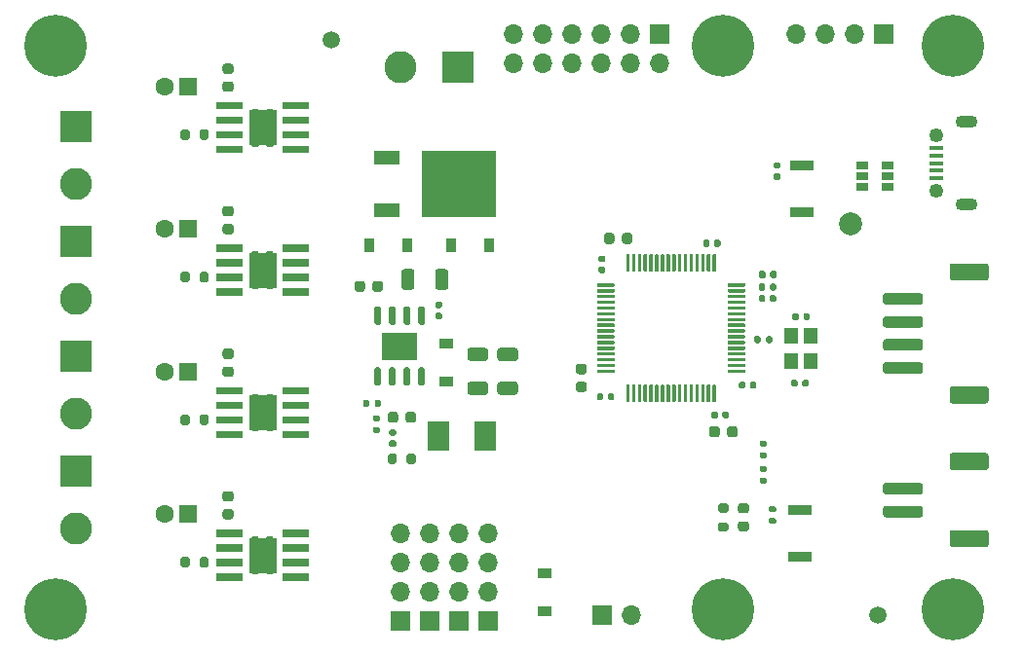
<source format=gbr>
%TF.GenerationSoftware,KiCad,Pcbnew,(5.1.8)-1*%
%TF.CreationDate,2022-03-24T23:03:00-07:00*%
%TF.ProjectId,smart_motor_controller,736d6172-745f-46d6-9f74-6f725f636f6e,0.1.1*%
%TF.SameCoordinates,Original*%
%TF.FileFunction,Soldermask,Top*%
%TF.FilePolarity,Negative*%
%FSLAX46Y46*%
G04 Gerber Fmt 4.6, Leading zero omitted, Abs format (unit mm)*
G04 Created by KiCad (PCBNEW (5.1.8)-1) date 2022-03-24 23:03:00*
%MOMM*%
%LPD*%
G01*
G04 APERTURE LIST*
%ADD10R,3.100000X2.410000*%
%ADD11C,0.770000*%
%ADD12R,2.400000X3.100000*%
%ADD13O,1.700000X1.700000*%
%ADD14R,1.700000X1.700000*%
%ADD15C,2.800000*%
%ADD16R,2.800000X2.800000*%
%ADD17R,1.200000X0.900000*%
%ADD18R,2.000000X0.900000*%
%ADD19C,1.500000*%
%ADD20C,5.400000*%
%ADD21R,6.400000X5.800000*%
%ADD22R,2.200000X1.200000*%
%ADD23C,2.000000*%
%ADD24C,1.250000*%
%ADD25R,1.250000X0.400000*%
%ADD26O,1.900000X1.100000*%
%ADD27R,1.060000X0.650000*%
%ADD28R,1.200000X1.400000*%
%ADD29R,0.900000X1.200000*%
%ADD30R,1.600000X1.600000*%
%ADD31C,1.600000*%
%ADD32R,1.900000X2.500000*%
G04 APERTURE END LIST*
D10*
%TO.C,U201*%
X145800000Y-89700000D03*
G36*
G01*
X147555000Y-91550000D02*
X147855000Y-91550000D01*
G75*
G02*
X148005000Y-91700000I0J-150000D01*
G01*
X148005000Y-93000000D01*
G75*
G02*
X147855000Y-93150000I-150000J0D01*
G01*
X147555000Y-93150000D01*
G75*
G02*
X147405000Y-93000000I0J150000D01*
G01*
X147405000Y-91700000D01*
G75*
G02*
X147555000Y-91550000I150000J0D01*
G01*
G37*
G36*
G01*
X146285000Y-91550000D02*
X146585000Y-91550000D01*
G75*
G02*
X146735000Y-91700000I0J-150000D01*
G01*
X146735000Y-93000000D01*
G75*
G02*
X146585000Y-93150000I-150000J0D01*
G01*
X146285000Y-93150000D01*
G75*
G02*
X146135000Y-93000000I0J150000D01*
G01*
X146135000Y-91700000D01*
G75*
G02*
X146285000Y-91550000I150000J0D01*
G01*
G37*
G36*
G01*
X145015000Y-91550000D02*
X145315000Y-91550000D01*
G75*
G02*
X145465000Y-91700000I0J-150000D01*
G01*
X145465000Y-93000000D01*
G75*
G02*
X145315000Y-93150000I-150000J0D01*
G01*
X145015000Y-93150000D01*
G75*
G02*
X144865000Y-93000000I0J150000D01*
G01*
X144865000Y-91700000D01*
G75*
G02*
X145015000Y-91550000I150000J0D01*
G01*
G37*
G36*
G01*
X143745000Y-91550000D02*
X144045000Y-91550000D01*
G75*
G02*
X144195000Y-91700000I0J-150000D01*
G01*
X144195000Y-93000000D01*
G75*
G02*
X144045000Y-93150000I-150000J0D01*
G01*
X143745000Y-93150000D01*
G75*
G02*
X143595000Y-93000000I0J150000D01*
G01*
X143595000Y-91700000D01*
G75*
G02*
X143745000Y-91550000I150000J0D01*
G01*
G37*
G36*
G01*
X143745000Y-86250000D02*
X144045000Y-86250000D01*
G75*
G02*
X144195000Y-86400000I0J-150000D01*
G01*
X144195000Y-87700000D01*
G75*
G02*
X144045000Y-87850000I-150000J0D01*
G01*
X143745000Y-87850000D01*
G75*
G02*
X143595000Y-87700000I0J150000D01*
G01*
X143595000Y-86400000D01*
G75*
G02*
X143745000Y-86250000I150000J0D01*
G01*
G37*
G36*
G01*
X145015000Y-86250000D02*
X145315000Y-86250000D01*
G75*
G02*
X145465000Y-86400000I0J-150000D01*
G01*
X145465000Y-87700000D01*
G75*
G02*
X145315000Y-87850000I-150000J0D01*
G01*
X145015000Y-87850000D01*
G75*
G02*
X144865000Y-87700000I0J150000D01*
G01*
X144865000Y-86400000D01*
G75*
G02*
X145015000Y-86250000I150000J0D01*
G01*
G37*
G36*
G01*
X146285000Y-86250000D02*
X146585000Y-86250000D01*
G75*
G02*
X146735000Y-86400000I0J-150000D01*
G01*
X146735000Y-87700000D01*
G75*
G02*
X146585000Y-87850000I-150000J0D01*
G01*
X146285000Y-87850000D01*
G75*
G02*
X146135000Y-87700000I0J150000D01*
G01*
X146135000Y-86400000D01*
G75*
G02*
X146285000Y-86250000I150000J0D01*
G01*
G37*
G36*
G01*
X147555000Y-86250000D02*
X147855000Y-86250000D01*
G75*
G02*
X148005000Y-86400000I0J-150000D01*
G01*
X148005000Y-87700000D01*
G75*
G02*
X147855000Y-87850000I-150000J0D01*
G01*
X147555000Y-87850000D01*
G75*
G02*
X147405000Y-87700000I0J150000D01*
G01*
X147405000Y-86400000D01*
G75*
G02*
X147555000Y-86250000I150000J0D01*
G01*
G37*
%TD*%
D11*
%TO.C,U304*%
X133250000Y-106600000D03*
X134550000Y-106600000D03*
X133250000Y-109200000D03*
X133250000Y-107900000D03*
X134550000Y-107900000D03*
X134550000Y-109200000D03*
G36*
G01*
X132195000Y-109555000D02*
X132195000Y-110055000D01*
G75*
G02*
X132125000Y-110125000I-70000J0D01*
G01*
X129925000Y-110125000D01*
G75*
G02*
X129855000Y-110055000I0J70000D01*
G01*
X129855000Y-109555000D01*
G75*
G02*
X129925000Y-109485000I70000J0D01*
G01*
X132125000Y-109485000D01*
G75*
G02*
X132195000Y-109555000I0J-70000D01*
G01*
G37*
G36*
G01*
X132195000Y-108285000D02*
X132195000Y-108785000D01*
G75*
G02*
X132125000Y-108855000I-70000J0D01*
G01*
X129925000Y-108855000D01*
G75*
G02*
X129855000Y-108785000I0J70000D01*
G01*
X129855000Y-108285000D01*
G75*
G02*
X129925000Y-108215000I70000J0D01*
G01*
X132125000Y-108215000D01*
G75*
G02*
X132195000Y-108285000I0J-70000D01*
G01*
G37*
G36*
G01*
X132195000Y-107015000D02*
X132195000Y-107515000D01*
G75*
G02*
X132125000Y-107585000I-70000J0D01*
G01*
X129925000Y-107585000D01*
G75*
G02*
X129855000Y-107515000I0J70000D01*
G01*
X129855000Y-107015000D01*
G75*
G02*
X129925000Y-106945000I70000J0D01*
G01*
X132125000Y-106945000D01*
G75*
G02*
X132195000Y-107015000I0J-70000D01*
G01*
G37*
G36*
G01*
X132195000Y-105745000D02*
X132195000Y-106245000D01*
G75*
G02*
X132125000Y-106315000I-70000J0D01*
G01*
X129925000Y-106315000D01*
G75*
G02*
X129855000Y-106245000I0J70000D01*
G01*
X129855000Y-105745000D01*
G75*
G02*
X129925000Y-105675000I70000J0D01*
G01*
X132125000Y-105675000D01*
G75*
G02*
X132195000Y-105745000I0J-70000D01*
G01*
G37*
G36*
G01*
X137945000Y-105745000D02*
X137945000Y-106245000D01*
G75*
G02*
X137875000Y-106315000I-70000J0D01*
G01*
X135675000Y-106315000D01*
G75*
G02*
X135605000Y-106245000I0J70000D01*
G01*
X135605000Y-105745000D01*
G75*
G02*
X135675000Y-105675000I70000J0D01*
G01*
X137875000Y-105675000D01*
G75*
G02*
X137945000Y-105745000I0J-70000D01*
G01*
G37*
G36*
G01*
X137945000Y-107015000D02*
X137945000Y-107515000D01*
G75*
G02*
X137875000Y-107585000I-70000J0D01*
G01*
X135675000Y-107585000D01*
G75*
G02*
X135605000Y-107515000I0J70000D01*
G01*
X135605000Y-107015000D01*
G75*
G02*
X135675000Y-106945000I70000J0D01*
G01*
X137875000Y-106945000D01*
G75*
G02*
X137945000Y-107015000I0J-70000D01*
G01*
G37*
G36*
G01*
X137945000Y-108285000D02*
X137945000Y-108785000D01*
G75*
G02*
X137875000Y-108855000I-70000J0D01*
G01*
X135675000Y-108855000D01*
G75*
G02*
X135605000Y-108785000I0J70000D01*
G01*
X135605000Y-108285000D01*
G75*
G02*
X135675000Y-108215000I70000J0D01*
G01*
X137875000Y-108215000D01*
G75*
G02*
X137945000Y-108285000I0J-70000D01*
G01*
G37*
G36*
G01*
X137945000Y-109555000D02*
X137945000Y-110055000D01*
G75*
G02*
X137875000Y-110125000I-70000J0D01*
G01*
X135675000Y-110125000D01*
G75*
G02*
X135605000Y-110055000I0J70000D01*
G01*
X135605000Y-109555000D01*
G75*
G02*
X135675000Y-109485000I70000J0D01*
G01*
X137875000Y-109485000D01*
G75*
G02*
X137945000Y-109555000I0J-70000D01*
G01*
G37*
D12*
X133900000Y-107900000D03*
%TD*%
D11*
%TO.C,U303*%
X133250000Y-81800000D03*
X134550000Y-81800000D03*
X133250000Y-84400000D03*
X133250000Y-83100000D03*
X134550000Y-83100000D03*
X134550000Y-84400000D03*
G36*
G01*
X132195000Y-84755000D02*
X132195000Y-85255000D01*
G75*
G02*
X132125000Y-85325000I-70000J0D01*
G01*
X129925000Y-85325000D01*
G75*
G02*
X129855000Y-85255000I0J70000D01*
G01*
X129855000Y-84755000D01*
G75*
G02*
X129925000Y-84685000I70000J0D01*
G01*
X132125000Y-84685000D01*
G75*
G02*
X132195000Y-84755000I0J-70000D01*
G01*
G37*
G36*
G01*
X132195000Y-83485000D02*
X132195000Y-83985000D01*
G75*
G02*
X132125000Y-84055000I-70000J0D01*
G01*
X129925000Y-84055000D01*
G75*
G02*
X129855000Y-83985000I0J70000D01*
G01*
X129855000Y-83485000D01*
G75*
G02*
X129925000Y-83415000I70000J0D01*
G01*
X132125000Y-83415000D01*
G75*
G02*
X132195000Y-83485000I0J-70000D01*
G01*
G37*
G36*
G01*
X132195000Y-82215000D02*
X132195000Y-82715000D01*
G75*
G02*
X132125000Y-82785000I-70000J0D01*
G01*
X129925000Y-82785000D01*
G75*
G02*
X129855000Y-82715000I0J70000D01*
G01*
X129855000Y-82215000D01*
G75*
G02*
X129925000Y-82145000I70000J0D01*
G01*
X132125000Y-82145000D01*
G75*
G02*
X132195000Y-82215000I0J-70000D01*
G01*
G37*
G36*
G01*
X132195000Y-80945000D02*
X132195000Y-81445000D01*
G75*
G02*
X132125000Y-81515000I-70000J0D01*
G01*
X129925000Y-81515000D01*
G75*
G02*
X129855000Y-81445000I0J70000D01*
G01*
X129855000Y-80945000D01*
G75*
G02*
X129925000Y-80875000I70000J0D01*
G01*
X132125000Y-80875000D01*
G75*
G02*
X132195000Y-80945000I0J-70000D01*
G01*
G37*
G36*
G01*
X137945000Y-80945000D02*
X137945000Y-81445000D01*
G75*
G02*
X137875000Y-81515000I-70000J0D01*
G01*
X135675000Y-81515000D01*
G75*
G02*
X135605000Y-81445000I0J70000D01*
G01*
X135605000Y-80945000D01*
G75*
G02*
X135675000Y-80875000I70000J0D01*
G01*
X137875000Y-80875000D01*
G75*
G02*
X137945000Y-80945000I0J-70000D01*
G01*
G37*
G36*
G01*
X137945000Y-82215000D02*
X137945000Y-82715000D01*
G75*
G02*
X137875000Y-82785000I-70000J0D01*
G01*
X135675000Y-82785000D01*
G75*
G02*
X135605000Y-82715000I0J70000D01*
G01*
X135605000Y-82215000D01*
G75*
G02*
X135675000Y-82145000I70000J0D01*
G01*
X137875000Y-82145000D01*
G75*
G02*
X137945000Y-82215000I0J-70000D01*
G01*
G37*
G36*
G01*
X137945000Y-83485000D02*
X137945000Y-83985000D01*
G75*
G02*
X137875000Y-84055000I-70000J0D01*
G01*
X135675000Y-84055000D01*
G75*
G02*
X135605000Y-83985000I0J70000D01*
G01*
X135605000Y-83485000D01*
G75*
G02*
X135675000Y-83415000I70000J0D01*
G01*
X137875000Y-83415000D01*
G75*
G02*
X137945000Y-83485000I0J-70000D01*
G01*
G37*
G36*
G01*
X137945000Y-84755000D02*
X137945000Y-85255000D01*
G75*
G02*
X137875000Y-85325000I-70000J0D01*
G01*
X135675000Y-85325000D01*
G75*
G02*
X135605000Y-85255000I0J70000D01*
G01*
X135605000Y-84755000D01*
G75*
G02*
X135675000Y-84685000I70000J0D01*
G01*
X137875000Y-84685000D01*
G75*
G02*
X137945000Y-84755000I0J-70000D01*
G01*
G37*
D12*
X133900000Y-83100000D03*
%TD*%
D11*
%TO.C,U302*%
X133250000Y-94200000D03*
X134550000Y-94200000D03*
X133250000Y-96800000D03*
X133250000Y-95500000D03*
X134550000Y-95500000D03*
X134550000Y-96800000D03*
G36*
G01*
X132195000Y-97155000D02*
X132195000Y-97655000D01*
G75*
G02*
X132125000Y-97725000I-70000J0D01*
G01*
X129925000Y-97725000D01*
G75*
G02*
X129855000Y-97655000I0J70000D01*
G01*
X129855000Y-97155000D01*
G75*
G02*
X129925000Y-97085000I70000J0D01*
G01*
X132125000Y-97085000D01*
G75*
G02*
X132195000Y-97155000I0J-70000D01*
G01*
G37*
G36*
G01*
X132195000Y-95885000D02*
X132195000Y-96385000D01*
G75*
G02*
X132125000Y-96455000I-70000J0D01*
G01*
X129925000Y-96455000D01*
G75*
G02*
X129855000Y-96385000I0J70000D01*
G01*
X129855000Y-95885000D01*
G75*
G02*
X129925000Y-95815000I70000J0D01*
G01*
X132125000Y-95815000D01*
G75*
G02*
X132195000Y-95885000I0J-70000D01*
G01*
G37*
G36*
G01*
X132195000Y-94615000D02*
X132195000Y-95115000D01*
G75*
G02*
X132125000Y-95185000I-70000J0D01*
G01*
X129925000Y-95185000D01*
G75*
G02*
X129855000Y-95115000I0J70000D01*
G01*
X129855000Y-94615000D01*
G75*
G02*
X129925000Y-94545000I70000J0D01*
G01*
X132125000Y-94545000D01*
G75*
G02*
X132195000Y-94615000I0J-70000D01*
G01*
G37*
G36*
G01*
X132195000Y-93345000D02*
X132195000Y-93845000D01*
G75*
G02*
X132125000Y-93915000I-70000J0D01*
G01*
X129925000Y-93915000D01*
G75*
G02*
X129855000Y-93845000I0J70000D01*
G01*
X129855000Y-93345000D01*
G75*
G02*
X129925000Y-93275000I70000J0D01*
G01*
X132125000Y-93275000D01*
G75*
G02*
X132195000Y-93345000I0J-70000D01*
G01*
G37*
G36*
G01*
X137945000Y-93345000D02*
X137945000Y-93845000D01*
G75*
G02*
X137875000Y-93915000I-70000J0D01*
G01*
X135675000Y-93915000D01*
G75*
G02*
X135605000Y-93845000I0J70000D01*
G01*
X135605000Y-93345000D01*
G75*
G02*
X135675000Y-93275000I70000J0D01*
G01*
X137875000Y-93275000D01*
G75*
G02*
X137945000Y-93345000I0J-70000D01*
G01*
G37*
G36*
G01*
X137945000Y-94615000D02*
X137945000Y-95115000D01*
G75*
G02*
X137875000Y-95185000I-70000J0D01*
G01*
X135675000Y-95185000D01*
G75*
G02*
X135605000Y-95115000I0J70000D01*
G01*
X135605000Y-94615000D01*
G75*
G02*
X135675000Y-94545000I70000J0D01*
G01*
X137875000Y-94545000D01*
G75*
G02*
X137945000Y-94615000I0J-70000D01*
G01*
G37*
G36*
G01*
X137945000Y-95885000D02*
X137945000Y-96385000D01*
G75*
G02*
X137875000Y-96455000I-70000J0D01*
G01*
X135675000Y-96455000D01*
G75*
G02*
X135605000Y-96385000I0J70000D01*
G01*
X135605000Y-95885000D01*
G75*
G02*
X135675000Y-95815000I70000J0D01*
G01*
X137875000Y-95815000D01*
G75*
G02*
X137945000Y-95885000I0J-70000D01*
G01*
G37*
G36*
G01*
X137945000Y-97155000D02*
X137945000Y-97655000D01*
G75*
G02*
X137875000Y-97725000I-70000J0D01*
G01*
X135675000Y-97725000D01*
G75*
G02*
X135605000Y-97655000I0J70000D01*
G01*
X135605000Y-97155000D01*
G75*
G02*
X135675000Y-97085000I70000J0D01*
G01*
X137875000Y-97085000D01*
G75*
G02*
X137945000Y-97155000I0J-70000D01*
G01*
G37*
D12*
X133900000Y-95500000D03*
%TD*%
D11*
%TO.C,U301*%
X133250000Y-69400000D03*
X134550000Y-69400000D03*
X133250000Y-72000000D03*
X133250000Y-70700000D03*
X134550000Y-70700000D03*
X134550000Y-72000000D03*
G36*
G01*
X132195000Y-72355000D02*
X132195000Y-72855000D01*
G75*
G02*
X132125000Y-72925000I-70000J0D01*
G01*
X129925000Y-72925000D01*
G75*
G02*
X129855000Y-72855000I0J70000D01*
G01*
X129855000Y-72355000D01*
G75*
G02*
X129925000Y-72285000I70000J0D01*
G01*
X132125000Y-72285000D01*
G75*
G02*
X132195000Y-72355000I0J-70000D01*
G01*
G37*
G36*
G01*
X132195000Y-71085000D02*
X132195000Y-71585000D01*
G75*
G02*
X132125000Y-71655000I-70000J0D01*
G01*
X129925000Y-71655000D01*
G75*
G02*
X129855000Y-71585000I0J70000D01*
G01*
X129855000Y-71085000D01*
G75*
G02*
X129925000Y-71015000I70000J0D01*
G01*
X132125000Y-71015000D01*
G75*
G02*
X132195000Y-71085000I0J-70000D01*
G01*
G37*
G36*
G01*
X132195000Y-69815000D02*
X132195000Y-70315000D01*
G75*
G02*
X132125000Y-70385000I-70000J0D01*
G01*
X129925000Y-70385000D01*
G75*
G02*
X129855000Y-70315000I0J70000D01*
G01*
X129855000Y-69815000D01*
G75*
G02*
X129925000Y-69745000I70000J0D01*
G01*
X132125000Y-69745000D01*
G75*
G02*
X132195000Y-69815000I0J-70000D01*
G01*
G37*
G36*
G01*
X132195000Y-68545000D02*
X132195000Y-69045000D01*
G75*
G02*
X132125000Y-69115000I-70000J0D01*
G01*
X129925000Y-69115000D01*
G75*
G02*
X129855000Y-69045000I0J70000D01*
G01*
X129855000Y-68545000D01*
G75*
G02*
X129925000Y-68475000I70000J0D01*
G01*
X132125000Y-68475000D01*
G75*
G02*
X132195000Y-68545000I0J-70000D01*
G01*
G37*
G36*
G01*
X137945000Y-68545000D02*
X137945000Y-69045000D01*
G75*
G02*
X137875000Y-69115000I-70000J0D01*
G01*
X135675000Y-69115000D01*
G75*
G02*
X135605000Y-69045000I0J70000D01*
G01*
X135605000Y-68545000D01*
G75*
G02*
X135675000Y-68475000I70000J0D01*
G01*
X137875000Y-68475000D01*
G75*
G02*
X137945000Y-68545000I0J-70000D01*
G01*
G37*
G36*
G01*
X137945000Y-69815000D02*
X137945000Y-70315000D01*
G75*
G02*
X137875000Y-70385000I-70000J0D01*
G01*
X135675000Y-70385000D01*
G75*
G02*
X135605000Y-70315000I0J70000D01*
G01*
X135605000Y-69815000D01*
G75*
G02*
X135675000Y-69745000I70000J0D01*
G01*
X137875000Y-69745000D01*
G75*
G02*
X137945000Y-69815000I0J-70000D01*
G01*
G37*
G36*
G01*
X137945000Y-71085000D02*
X137945000Y-71585000D01*
G75*
G02*
X137875000Y-71655000I-70000J0D01*
G01*
X135675000Y-71655000D01*
G75*
G02*
X135605000Y-71585000I0J70000D01*
G01*
X135605000Y-71085000D01*
G75*
G02*
X135675000Y-71015000I70000J0D01*
G01*
X137875000Y-71015000D01*
G75*
G02*
X137945000Y-71085000I0J-70000D01*
G01*
G37*
G36*
G01*
X137945000Y-72355000D02*
X137945000Y-72855000D01*
G75*
G02*
X137875000Y-72925000I-70000J0D01*
G01*
X135675000Y-72925000D01*
G75*
G02*
X135605000Y-72855000I0J70000D01*
G01*
X135605000Y-72355000D01*
G75*
G02*
X135675000Y-72285000I70000J0D01*
G01*
X137875000Y-72285000D01*
G75*
G02*
X137945000Y-72355000I0J-70000D01*
G01*
G37*
D12*
X133900000Y-70700000D03*
%TD*%
D13*
%TO.C,J104*%
X180280000Y-62600000D03*
X182820000Y-62600000D03*
X185360000Y-62600000D03*
D14*
X187900000Y-62600000D03*
%TD*%
D13*
%TO.C,J101*%
X155700000Y-65140000D03*
X155700000Y-62600000D03*
X158240000Y-65140000D03*
X158240000Y-62600000D03*
X160780000Y-65140000D03*
X160780000Y-62600000D03*
X163320000Y-65140000D03*
X163320000Y-62600000D03*
X165860000Y-65140000D03*
X165860000Y-62600000D03*
X168400000Y-65140000D03*
D14*
X168400000Y-62600000D03*
%TD*%
D15*
%TO.C,J304*%
X117700000Y-105600000D03*
D16*
X117700000Y-100600000D03*
%TD*%
D15*
%TO.C,J303*%
X117700000Y-85600000D03*
D16*
X117700000Y-80600000D03*
%TD*%
D15*
%TO.C,J302*%
X117700000Y-95600000D03*
D16*
X117700000Y-90600000D03*
%TD*%
D15*
%TO.C,J301*%
X117700000Y-75600000D03*
D16*
X117700000Y-70600000D03*
%TD*%
D15*
%TO.C,J9*%
X145900000Y-65400000D03*
D16*
X150900000Y-65400000D03*
%TD*%
D13*
%TO.C,J309*%
X165940000Y-113100000D03*
D14*
X163400000Y-113100000D03*
%TD*%
D17*
%TO.C,D301*%
X158400000Y-112750000D03*
X158400000Y-109450000D03*
%TD*%
D18*
%TO.C,SW103*%
X180800000Y-73950000D03*
X180800000Y-78050000D03*
%TD*%
%TO.C,SW102*%
X180600000Y-108050000D03*
X180600000Y-103950000D03*
%TD*%
D19*
%TO.C,3.3V201*%
X187400000Y-113100000D03*
%TD*%
D20*
%TO.C,H6*%
X115900000Y-112600000D03*
%TD*%
%TO.C,H5*%
X173900000Y-112600000D03*
%TD*%
%TO.C,R101*%
G36*
G01*
X178385000Y-104160000D02*
X178015000Y-104160000D01*
G75*
G02*
X177880000Y-104025000I0J135000D01*
G01*
X177880000Y-103755000D01*
G75*
G02*
X178015000Y-103620000I135000J0D01*
G01*
X178385000Y-103620000D01*
G75*
G02*
X178520000Y-103755000I0J-135000D01*
G01*
X178520000Y-104025000D01*
G75*
G02*
X178385000Y-104160000I-135000J0D01*
G01*
G37*
G36*
G01*
X178385000Y-105180000D02*
X178015000Y-105180000D01*
G75*
G02*
X177880000Y-105045000I0J135000D01*
G01*
X177880000Y-104775000D01*
G75*
G02*
X178015000Y-104640000I135000J0D01*
G01*
X178385000Y-104640000D01*
G75*
G02*
X178520000Y-104775000I0J-135000D01*
G01*
X178520000Y-105045000D01*
G75*
G02*
X178385000Y-105180000I-135000J0D01*
G01*
G37*
%TD*%
%TO.C,H4*%
X193900000Y-63600000D03*
%TD*%
%TO.C,H3*%
X115900000Y-63600000D03*
%TD*%
%TO.C,H2*%
X173900000Y-63600000D03*
%TD*%
%TO.C,H1*%
X193900000Y-112600000D03*
%TD*%
%TO.C,C101*%
G36*
G01*
X178430000Y-74680000D02*
X178770000Y-74680000D01*
G75*
G02*
X178910000Y-74820000I0J-140000D01*
G01*
X178910000Y-75100000D01*
G75*
G02*
X178770000Y-75240000I-140000J0D01*
G01*
X178430000Y-75240000D01*
G75*
G02*
X178290000Y-75100000I0J140000D01*
G01*
X178290000Y-74820000D01*
G75*
G02*
X178430000Y-74680000I140000J0D01*
G01*
G37*
G36*
G01*
X178430000Y-73720000D02*
X178770000Y-73720000D01*
G75*
G02*
X178910000Y-73860000I0J-140000D01*
G01*
X178910000Y-74140000D01*
G75*
G02*
X178770000Y-74280000I-140000J0D01*
G01*
X178430000Y-74280000D01*
G75*
G02*
X178290000Y-74140000I0J140000D01*
G01*
X178290000Y-73860000D01*
G75*
G02*
X178430000Y-73720000I140000J0D01*
G01*
G37*
%TD*%
D21*
%TO.C,Q101*%
X151000000Y-75575000D03*
D22*
X144700000Y-77855000D03*
X144700000Y-73295000D03*
%TD*%
D17*
%TO.C,D201*%
X149900000Y-89450000D03*
X149900000Y-92750000D03*
%TD*%
D23*
%TO.C,TP2*%
X185000000Y-79100000D03*
%TD*%
D24*
%TO.C,J10*%
X192430000Y-71375000D03*
X192430000Y-76225000D03*
D25*
X192430000Y-72500000D03*
X192430000Y-73150000D03*
X192430000Y-75100000D03*
X192430000Y-74450000D03*
X192430000Y-73800000D03*
D26*
X195100000Y-77400000D03*
X195100000Y-70200000D03*
%TD*%
D27*
%TO.C,U3*%
X186000000Y-74900000D03*
X186000000Y-75850000D03*
X186000000Y-73950000D03*
X188200000Y-73950000D03*
X188200000Y-74900000D03*
X188200000Y-75850000D03*
%TD*%
%TO.C,U2*%
G36*
G01*
X173300000Y-93115000D02*
X173300000Y-94515000D01*
G75*
G02*
X173225000Y-94590000I-75000J0D01*
G01*
X173075000Y-94590000D01*
G75*
G02*
X173000000Y-94515000I0J75000D01*
G01*
X173000000Y-93115000D01*
G75*
G02*
X173075000Y-93040000I75000J0D01*
G01*
X173225000Y-93040000D01*
G75*
G02*
X173300000Y-93115000I0J-75000D01*
G01*
G37*
G36*
G01*
X172800000Y-93115000D02*
X172800000Y-94515000D01*
G75*
G02*
X172725000Y-94590000I-75000J0D01*
G01*
X172575000Y-94590000D01*
G75*
G02*
X172500000Y-94515000I0J75000D01*
G01*
X172500000Y-93115000D01*
G75*
G02*
X172575000Y-93040000I75000J0D01*
G01*
X172725000Y-93040000D01*
G75*
G02*
X172800000Y-93115000I0J-75000D01*
G01*
G37*
G36*
G01*
X172300000Y-93115000D02*
X172300000Y-94515000D01*
G75*
G02*
X172225000Y-94590000I-75000J0D01*
G01*
X172075000Y-94590000D01*
G75*
G02*
X172000000Y-94515000I0J75000D01*
G01*
X172000000Y-93115000D01*
G75*
G02*
X172075000Y-93040000I75000J0D01*
G01*
X172225000Y-93040000D01*
G75*
G02*
X172300000Y-93115000I0J-75000D01*
G01*
G37*
G36*
G01*
X171800000Y-93115000D02*
X171800000Y-94515000D01*
G75*
G02*
X171725000Y-94590000I-75000J0D01*
G01*
X171575000Y-94590000D01*
G75*
G02*
X171500000Y-94515000I0J75000D01*
G01*
X171500000Y-93115000D01*
G75*
G02*
X171575000Y-93040000I75000J0D01*
G01*
X171725000Y-93040000D01*
G75*
G02*
X171800000Y-93115000I0J-75000D01*
G01*
G37*
G36*
G01*
X171300000Y-93115000D02*
X171300000Y-94515000D01*
G75*
G02*
X171225000Y-94590000I-75000J0D01*
G01*
X171075000Y-94590000D01*
G75*
G02*
X171000000Y-94515000I0J75000D01*
G01*
X171000000Y-93115000D01*
G75*
G02*
X171075000Y-93040000I75000J0D01*
G01*
X171225000Y-93040000D01*
G75*
G02*
X171300000Y-93115000I0J-75000D01*
G01*
G37*
G36*
G01*
X170800000Y-93115000D02*
X170800000Y-94515000D01*
G75*
G02*
X170725000Y-94590000I-75000J0D01*
G01*
X170575000Y-94590000D01*
G75*
G02*
X170500000Y-94515000I0J75000D01*
G01*
X170500000Y-93115000D01*
G75*
G02*
X170575000Y-93040000I75000J0D01*
G01*
X170725000Y-93040000D01*
G75*
G02*
X170800000Y-93115000I0J-75000D01*
G01*
G37*
G36*
G01*
X170300000Y-93115000D02*
X170300000Y-94515000D01*
G75*
G02*
X170225000Y-94590000I-75000J0D01*
G01*
X170075000Y-94590000D01*
G75*
G02*
X170000000Y-94515000I0J75000D01*
G01*
X170000000Y-93115000D01*
G75*
G02*
X170075000Y-93040000I75000J0D01*
G01*
X170225000Y-93040000D01*
G75*
G02*
X170300000Y-93115000I0J-75000D01*
G01*
G37*
G36*
G01*
X169800000Y-93115000D02*
X169800000Y-94515000D01*
G75*
G02*
X169725000Y-94590000I-75000J0D01*
G01*
X169575000Y-94590000D01*
G75*
G02*
X169500000Y-94515000I0J75000D01*
G01*
X169500000Y-93115000D01*
G75*
G02*
X169575000Y-93040000I75000J0D01*
G01*
X169725000Y-93040000D01*
G75*
G02*
X169800000Y-93115000I0J-75000D01*
G01*
G37*
G36*
G01*
X169300000Y-93115000D02*
X169300000Y-94515000D01*
G75*
G02*
X169225000Y-94590000I-75000J0D01*
G01*
X169075000Y-94590000D01*
G75*
G02*
X169000000Y-94515000I0J75000D01*
G01*
X169000000Y-93115000D01*
G75*
G02*
X169075000Y-93040000I75000J0D01*
G01*
X169225000Y-93040000D01*
G75*
G02*
X169300000Y-93115000I0J-75000D01*
G01*
G37*
G36*
G01*
X168800000Y-93115000D02*
X168800000Y-94515000D01*
G75*
G02*
X168725000Y-94590000I-75000J0D01*
G01*
X168575000Y-94590000D01*
G75*
G02*
X168500000Y-94515000I0J75000D01*
G01*
X168500000Y-93115000D01*
G75*
G02*
X168575000Y-93040000I75000J0D01*
G01*
X168725000Y-93040000D01*
G75*
G02*
X168800000Y-93115000I0J-75000D01*
G01*
G37*
G36*
G01*
X168300000Y-93115000D02*
X168300000Y-94515000D01*
G75*
G02*
X168225000Y-94590000I-75000J0D01*
G01*
X168075000Y-94590000D01*
G75*
G02*
X168000000Y-94515000I0J75000D01*
G01*
X168000000Y-93115000D01*
G75*
G02*
X168075000Y-93040000I75000J0D01*
G01*
X168225000Y-93040000D01*
G75*
G02*
X168300000Y-93115000I0J-75000D01*
G01*
G37*
G36*
G01*
X167800000Y-93115000D02*
X167800000Y-94515000D01*
G75*
G02*
X167725000Y-94590000I-75000J0D01*
G01*
X167575000Y-94590000D01*
G75*
G02*
X167500000Y-94515000I0J75000D01*
G01*
X167500000Y-93115000D01*
G75*
G02*
X167575000Y-93040000I75000J0D01*
G01*
X167725000Y-93040000D01*
G75*
G02*
X167800000Y-93115000I0J-75000D01*
G01*
G37*
G36*
G01*
X167300000Y-93115000D02*
X167300000Y-94515000D01*
G75*
G02*
X167225000Y-94590000I-75000J0D01*
G01*
X167075000Y-94590000D01*
G75*
G02*
X167000000Y-94515000I0J75000D01*
G01*
X167000000Y-93115000D01*
G75*
G02*
X167075000Y-93040000I75000J0D01*
G01*
X167225000Y-93040000D01*
G75*
G02*
X167300000Y-93115000I0J-75000D01*
G01*
G37*
G36*
G01*
X166800000Y-93115000D02*
X166800000Y-94515000D01*
G75*
G02*
X166725000Y-94590000I-75000J0D01*
G01*
X166575000Y-94590000D01*
G75*
G02*
X166500000Y-94515000I0J75000D01*
G01*
X166500000Y-93115000D01*
G75*
G02*
X166575000Y-93040000I75000J0D01*
G01*
X166725000Y-93040000D01*
G75*
G02*
X166800000Y-93115000I0J-75000D01*
G01*
G37*
G36*
G01*
X166300000Y-93115000D02*
X166300000Y-94515000D01*
G75*
G02*
X166225000Y-94590000I-75000J0D01*
G01*
X166075000Y-94590000D01*
G75*
G02*
X166000000Y-94515000I0J75000D01*
G01*
X166000000Y-93115000D01*
G75*
G02*
X166075000Y-93040000I75000J0D01*
G01*
X166225000Y-93040000D01*
G75*
G02*
X166300000Y-93115000I0J-75000D01*
G01*
G37*
G36*
G01*
X165800000Y-93115000D02*
X165800000Y-94515000D01*
G75*
G02*
X165725000Y-94590000I-75000J0D01*
G01*
X165575000Y-94590000D01*
G75*
G02*
X165500000Y-94515000I0J75000D01*
G01*
X165500000Y-93115000D01*
G75*
G02*
X165575000Y-93040000I75000J0D01*
G01*
X165725000Y-93040000D01*
G75*
G02*
X165800000Y-93115000I0J-75000D01*
G01*
G37*
G36*
G01*
X164500000Y-91815000D02*
X164500000Y-91965000D01*
G75*
G02*
X164425000Y-92040000I-75000J0D01*
G01*
X163025000Y-92040000D01*
G75*
G02*
X162950000Y-91965000I0J75000D01*
G01*
X162950000Y-91815000D01*
G75*
G02*
X163025000Y-91740000I75000J0D01*
G01*
X164425000Y-91740000D01*
G75*
G02*
X164500000Y-91815000I0J-75000D01*
G01*
G37*
G36*
G01*
X164500000Y-91315000D02*
X164500000Y-91465000D01*
G75*
G02*
X164425000Y-91540000I-75000J0D01*
G01*
X163025000Y-91540000D01*
G75*
G02*
X162950000Y-91465000I0J75000D01*
G01*
X162950000Y-91315000D01*
G75*
G02*
X163025000Y-91240000I75000J0D01*
G01*
X164425000Y-91240000D01*
G75*
G02*
X164500000Y-91315000I0J-75000D01*
G01*
G37*
G36*
G01*
X164500000Y-90815000D02*
X164500000Y-90965000D01*
G75*
G02*
X164425000Y-91040000I-75000J0D01*
G01*
X163025000Y-91040000D01*
G75*
G02*
X162950000Y-90965000I0J75000D01*
G01*
X162950000Y-90815000D01*
G75*
G02*
X163025000Y-90740000I75000J0D01*
G01*
X164425000Y-90740000D01*
G75*
G02*
X164500000Y-90815000I0J-75000D01*
G01*
G37*
G36*
G01*
X164500000Y-90315000D02*
X164500000Y-90465000D01*
G75*
G02*
X164425000Y-90540000I-75000J0D01*
G01*
X163025000Y-90540000D01*
G75*
G02*
X162950000Y-90465000I0J75000D01*
G01*
X162950000Y-90315000D01*
G75*
G02*
X163025000Y-90240000I75000J0D01*
G01*
X164425000Y-90240000D01*
G75*
G02*
X164500000Y-90315000I0J-75000D01*
G01*
G37*
G36*
G01*
X164500000Y-89815000D02*
X164500000Y-89965000D01*
G75*
G02*
X164425000Y-90040000I-75000J0D01*
G01*
X163025000Y-90040000D01*
G75*
G02*
X162950000Y-89965000I0J75000D01*
G01*
X162950000Y-89815000D01*
G75*
G02*
X163025000Y-89740000I75000J0D01*
G01*
X164425000Y-89740000D01*
G75*
G02*
X164500000Y-89815000I0J-75000D01*
G01*
G37*
G36*
G01*
X164500000Y-89315000D02*
X164500000Y-89465000D01*
G75*
G02*
X164425000Y-89540000I-75000J0D01*
G01*
X163025000Y-89540000D01*
G75*
G02*
X162950000Y-89465000I0J75000D01*
G01*
X162950000Y-89315000D01*
G75*
G02*
X163025000Y-89240000I75000J0D01*
G01*
X164425000Y-89240000D01*
G75*
G02*
X164500000Y-89315000I0J-75000D01*
G01*
G37*
G36*
G01*
X164500000Y-88815000D02*
X164500000Y-88965000D01*
G75*
G02*
X164425000Y-89040000I-75000J0D01*
G01*
X163025000Y-89040000D01*
G75*
G02*
X162950000Y-88965000I0J75000D01*
G01*
X162950000Y-88815000D01*
G75*
G02*
X163025000Y-88740000I75000J0D01*
G01*
X164425000Y-88740000D01*
G75*
G02*
X164500000Y-88815000I0J-75000D01*
G01*
G37*
G36*
G01*
X164500000Y-88315000D02*
X164500000Y-88465000D01*
G75*
G02*
X164425000Y-88540000I-75000J0D01*
G01*
X163025000Y-88540000D01*
G75*
G02*
X162950000Y-88465000I0J75000D01*
G01*
X162950000Y-88315000D01*
G75*
G02*
X163025000Y-88240000I75000J0D01*
G01*
X164425000Y-88240000D01*
G75*
G02*
X164500000Y-88315000I0J-75000D01*
G01*
G37*
G36*
G01*
X164500000Y-87815000D02*
X164500000Y-87965000D01*
G75*
G02*
X164425000Y-88040000I-75000J0D01*
G01*
X163025000Y-88040000D01*
G75*
G02*
X162950000Y-87965000I0J75000D01*
G01*
X162950000Y-87815000D01*
G75*
G02*
X163025000Y-87740000I75000J0D01*
G01*
X164425000Y-87740000D01*
G75*
G02*
X164500000Y-87815000I0J-75000D01*
G01*
G37*
G36*
G01*
X164500000Y-87315000D02*
X164500000Y-87465000D01*
G75*
G02*
X164425000Y-87540000I-75000J0D01*
G01*
X163025000Y-87540000D01*
G75*
G02*
X162950000Y-87465000I0J75000D01*
G01*
X162950000Y-87315000D01*
G75*
G02*
X163025000Y-87240000I75000J0D01*
G01*
X164425000Y-87240000D01*
G75*
G02*
X164500000Y-87315000I0J-75000D01*
G01*
G37*
G36*
G01*
X164500000Y-86815000D02*
X164500000Y-86965000D01*
G75*
G02*
X164425000Y-87040000I-75000J0D01*
G01*
X163025000Y-87040000D01*
G75*
G02*
X162950000Y-86965000I0J75000D01*
G01*
X162950000Y-86815000D01*
G75*
G02*
X163025000Y-86740000I75000J0D01*
G01*
X164425000Y-86740000D01*
G75*
G02*
X164500000Y-86815000I0J-75000D01*
G01*
G37*
G36*
G01*
X164500000Y-86315000D02*
X164500000Y-86465000D01*
G75*
G02*
X164425000Y-86540000I-75000J0D01*
G01*
X163025000Y-86540000D01*
G75*
G02*
X162950000Y-86465000I0J75000D01*
G01*
X162950000Y-86315000D01*
G75*
G02*
X163025000Y-86240000I75000J0D01*
G01*
X164425000Y-86240000D01*
G75*
G02*
X164500000Y-86315000I0J-75000D01*
G01*
G37*
G36*
G01*
X164500000Y-85815000D02*
X164500000Y-85965000D01*
G75*
G02*
X164425000Y-86040000I-75000J0D01*
G01*
X163025000Y-86040000D01*
G75*
G02*
X162950000Y-85965000I0J75000D01*
G01*
X162950000Y-85815000D01*
G75*
G02*
X163025000Y-85740000I75000J0D01*
G01*
X164425000Y-85740000D01*
G75*
G02*
X164500000Y-85815000I0J-75000D01*
G01*
G37*
G36*
G01*
X164500000Y-85315000D02*
X164500000Y-85465000D01*
G75*
G02*
X164425000Y-85540000I-75000J0D01*
G01*
X163025000Y-85540000D01*
G75*
G02*
X162950000Y-85465000I0J75000D01*
G01*
X162950000Y-85315000D01*
G75*
G02*
X163025000Y-85240000I75000J0D01*
G01*
X164425000Y-85240000D01*
G75*
G02*
X164500000Y-85315000I0J-75000D01*
G01*
G37*
G36*
G01*
X164500000Y-84815000D02*
X164500000Y-84965000D01*
G75*
G02*
X164425000Y-85040000I-75000J0D01*
G01*
X163025000Y-85040000D01*
G75*
G02*
X162950000Y-84965000I0J75000D01*
G01*
X162950000Y-84815000D01*
G75*
G02*
X163025000Y-84740000I75000J0D01*
G01*
X164425000Y-84740000D01*
G75*
G02*
X164500000Y-84815000I0J-75000D01*
G01*
G37*
G36*
G01*
X164500000Y-84315000D02*
X164500000Y-84465000D01*
G75*
G02*
X164425000Y-84540000I-75000J0D01*
G01*
X163025000Y-84540000D01*
G75*
G02*
X162950000Y-84465000I0J75000D01*
G01*
X162950000Y-84315000D01*
G75*
G02*
X163025000Y-84240000I75000J0D01*
G01*
X164425000Y-84240000D01*
G75*
G02*
X164500000Y-84315000I0J-75000D01*
G01*
G37*
G36*
G01*
X165800000Y-81765000D02*
X165800000Y-83165000D01*
G75*
G02*
X165725000Y-83240000I-75000J0D01*
G01*
X165575000Y-83240000D01*
G75*
G02*
X165500000Y-83165000I0J75000D01*
G01*
X165500000Y-81765000D01*
G75*
G02*
X165575000Y-81690000I75000J0D01*
G01*
X165725000Y-81690000D01*
G75*
G02*
X165800000Y-81765000I0J-75000D01*
G01*
G37*
G36*
G01*
X166300000Y-81765000D02*
X166300000Y-83165000D01*
G75*
G02*
X166225000Y-83240000I-75000J0D01*
G01*
X166075000Y-83240000D01*
G75*
G02*
X166000000Y-83165000I0J75000D01*
G01*
X166000000Y-81765000D01*
G75*
G02*
X166075000Y-81690000I75000J0D01*
G01*
X166225000Y-81690000D01*
G75*
G02*
X166300000Y-81765000I0J-75000D01*
G01*
G37*
G36*
G01*
X166800000Y-81765000D02*
X166800000Y-83165000D01*
G75*
G02*
X166725000Y-83240000I-75000J0D01*
G01*
X166575000Y-83240000D01*
G75*
G02*
X166500000Y-83165000I0J75000D01*
G01*
X166500000Y-81765000D01*
G75*
G02*
X166575000Y-81690000I75000J0D01*
G01*
X166725000Y-81690000D01*
G75*
G02*
X166800000Y-81765000I0J-75000D01*
G01*
G37*
G36*
G01*
X167300000Y-81765000D02*
X167300000Y-83165000D01*
G75*
G02*
X167225000Y-83240000I-75000J0D01*
G01*
X167075000Y-83240000D01*
G75*
G02*
X167000000Y-83165000I0J75000D01*
G01*
X167000000Y-81765000D01*
G75*
G02*
X167075000Y-81690000I75000J0D01*
G01*
X167225000Y-81690000D01*
G75*
G02*
X167300000Y-81765000I0J-75000D01*
G01*
G37*
G36*
G01*
X167800000Y-81765000D02*
X167800000Y-83165000D01*
G75*
G02*
X167725000Y-83240000I-75000J0D01*
G01*
X167575000Y-83240000D01*
G75*
G02*
X167500000Y-83165000I0J75000D01*
G01*
X167500000Y-81765000D01*
G75*
G02*
X167575000Y-81690000I75000J0D01*
G01*
X167725000Y-81690000D01*
G75*
G02*
X167800000Y-81765000I0J-75000D01*
G01*
G37*
G36*
G01*
X168300000Y-81765000D02*
X168300000Y-83165000D01*
G75*
G02*
X168225000Y-83240000I-75000J0D01*
G01*
X168075000Y-83240000D01*
G75*
G02*
X168000000Y-83165000I0J75000D01*
G01*
X168000000Y-81765000D01*
G75*
G02*
X168075000Y-81690000I75000J0D01*
G01*
X168225000Y-81690000D01*
G75*
G02*
X168300000Y-81765000I0J-75000D01*
G01*
G37*
G36*
G01*
X168800000Y-81765000D02*
X168800000Y-83165000D01*
G75*
G02*
X168725000Y-83240000I-75000J0D01*
G01*
X168575000Y-83240000D01*
G75*
G02*
X168500000Y-83165000I0J75000D01*
G01*
X168500000Y-81765000D01*
G75*
G02*
X168575000Y-81690000I75000J0D01*
G01*
X168725000Y-81690000D01*
G75*
G02*
X168800000Y-81765000I0J-75000D01*
G01*
G37*
G36*
G01*
X169300000Y-81765000D02*
X169300000Y-83165000D01*
G75*
G02*
X169225000Y-83240000I-75000J0D01*
G01*
X169075000Y-83240000D01*
G75*
G02*
X169000000Y-83165000I0J75000D01*
G01*
X169000000Y-81765000D01*
G75*
G02*
X169075000Y-81690000I75000J0D01*
G01*
X169225000Y-81690000D01*
G75*
G02*
X169300000Y-81765000I0J-75000D01*
G01*
G37*
G36*
G01*
X169800000Y-81765000D02*
X169800000Y-83165000D01*
G75*
G02*
X169725000Y-83240000I-75000J0D01*
G01*
X169575000Y-83240000D01*
G75*
G02*
X169500000Y-83165000I0J75000D01*
G01*
X169500000Y-81765000D01*
G75*
G02*
X169575000Y-81690000I75000J0D01*
G01*
X169725000Y-81690000D01*
G75*
G02*
X169800000Y-81765000I0J-75000D01*
G01*
G37*
G36*
G01*
X170300000Y-81765000D02*
X170300000Y-83165000D01*
G75*
G02*
X170225000Y-83240000I-75000J0D01*
G01*
X170075000Y-83240000D01*
G75*
G02*
X170000000Y-83165000I0J75000D01*
G01*
X170000000Y-81765000D01*
G75*
G02*
X170075000Y-81690000I75000J0D01*
G01*
X170225000Y-81690000D01*
G75*
G02*
X170300000Y-81765000I0J-75000D01*
G01*
G37*
G36*
G01*
X170800000Y-81765000D02*
X170800000Y-83165000D01*
G75*
G02*
X170725000Y-83240000I-75000J0D01*
G01*
X170575000Y-83240000D01*
G75*
G02*
X170500000Y-83165000I0J75000D01*
G01*
X170500000Y-81765000D01*
G75*
G02*
X170575000Y-81690000I75000J0D01*
G01*
X170725000Y-81690000D01*
G75*
G02*
X170800000Y-81765000I0J-75000D01*
G01*
G37*
G36*
G01*
X171300000Y-81765000D02*
X171300000Y-83165000D01*
G75*
G02*
X171225000Y-83240000I-75000J0D01*
G01*
X171075000Y-83240000D01*
G75*
G02*
X171000000Y-83165000I0J75000D01*
G01*
X171000000Y-81765000D01*
G75*
G02*
X171075000Y-81690000I75000J0D01*
G01*
X171225000Y-81690000D01*
G75*
G02*
X171300000Y-81765000I0J-75000D01*
G01*
G37*
G36*
G01*
X171800000Y-81765000D02*
X171800000Y-83165000D01*
G75*
G02*
X171725000Y-83240000I-75000J0D01*
G01*
X171575000Y-83240000D01*
G75*
G02*
X171500000Y-83165000I0J75000D01*
G01*
X171500000Y-81765000D01*
G75*
G02*
X171575000Y-81690000I75000J0D01*
G01*
X171725000Y-81690000D01*
G75*
G02*
X171800000Y-81765000I0J-75000D01*
G01*
G37*
G36*
G01*
X172300000Y-81765000D02*
X172300000Y-83165000D01*
G75*
G02*
X172225000Y-83240000I-75000J0D01*
G01*
X172075000Y-83240000D01*
G75*
G02*
X172000000Y-83165000I0J75000D01*
G01*
X172000000Y-81765000D01*
G75*
G02*
X172075000Y-81690000I75000J0D01*
G01*
X172225000Y-81690000D01*
G75*
G02*
X172300000Y-81765000I0J-75000D01*
G01*
G37*
G36*
G01*
X172800000Y-81765000D02*
X172800000Y-83165000D01*
G75*
G02*
X172725000Y-83240000I-75000J0D01*
G01*
X172575000Y-83240000D01*
G75*
G02*
X172500000Y-83165000I0J75000D01*
G01*
X172500000Y-81765000D01*
G75*
G02*
X172575000Y-81690000I75000J0D01*
G01*
X172725000Y-81690000D01*
G75*
G02*
X172800000Y-81765000I0J-75000D01*
G01*
G37*
G36*
G01*
X173300000Y-81765000D02*
X173300000Y-83165000D01*
G75*
G02*
X173225000Y-83240000I-75000J0D01*
G01*
X173075000Y-83240000D01*
G75*
G02*
X173000000Y-83165000I0J75000D01*
G01*
X173000000Y-81765000D01*
G75*
G02*
X173075000Y-81690000I75000J0D01*
G01*
X173225000Y-81690000D01*
G75*
G02*
X173300000Y-81765000I0J-75000D01*
G01*
G37*
G36*
G01*
X175850000Y-84315000D02*
X175850000Y-84465000D01*
G75*
G02*
X175775000Y-84540000I-75000J0D01*
G01*
X174375000Y-84540000D01*
G75*
G02*
X174300000Y-84465000I0J75000D01*
G01*
X174300000Y-84315000D01*
G75*
G02*
X174375000Y-84240000I75000J0D01*
G01*
X175775000Y-84240000D01*
G75*
G02*
X175850000Y-84315000I0J-75000D01*
G01*
G37*
G36*
G01*
X175850000Y-84815000D02*
X175850000Y-84965000D01*
G75*
G02*
X175775000Y-85040000I-75000J0D01*
G01*
X174375000Y-85040000D01*
G75*
G02*
X174300000Y-84965000I0J75000D01*
G01*
X174300000Y-84815000D01*
G75*
G02*
X174375000Y-84740000I75000J0D01*
G01*
X175775000Y-84740000D01*
G75*
G02*
X175850000Y-84815000I0J-75000D01*
G01*
G37*
G36*
G01*
X175850000Y-85315000D02*
X175850000Y-85465000D01*
G75*
G02*
X175775000Y-85540000I-75000J0D01*
G01*
X174375000Y-85540000D01*
G75*
G02*
X174300000Y-85465000I0J75000D01*
G01*
X174300000Y-85315000D01*
G75*
G02*
X174375000Y-85240000I75000J0D01*
G01*
X175775000Y-85240000D01*
G75*
G02*
X175850000Y-85315000I0J-75000D01*
G01*
G37*
G36*
G01*
X175850000Y-85815000D02*
X175850000Y-85965000D01*
G75*
G02*
X175775000Y-86040000I-75000J0D01*
G01*
X174375000Y-86040000D01*
G75*
G02*
X174300000Y-85965000I0J75000D01*
G01*
X174300000Y-85815000D01*
G75*
G02*
X174375000Y-85740000I75000J0D01*
G01*
X175775000Y-85740000D01*
G75*
G02*
X175850000Y-85815000I0J-75000D01*
G01*
G37*
G36*
G01*
X175850000Y-86315000D02*
X175850000Y-86465000D01*
G75*
G02*
X175775000Y-86540000I-75000J0D01*
G01*
X174375000Y-86540000D01*
G75*
G02*
X174300000Y-86465000I0J75000D01*
G01*
X174300000Y-86315000D01*
G75*
G02*
X174375000Y-86240000I75000J0D01*
G01*
X175775000Y-86240000D01*
G75*
G02*
X175850000Y-86315000I0J-75000D01*
G01*
G37*
G36*
G01*
X175850000Y-86815000D02*
X175850000Y-86965000D01*
G75*
G02*
X175775000Y-87040000I-75000J0D01*
G01*
X174375000Y-87040000D01*
G75*
G02*
X174300000Y-86965000I0J75000D01*
G01*
X174300000Y-86815000D01*
G75*
G02*
X174375000Y-86740000I75000J0D01*
G01*
X175775000Y-86740000D01*
G75*
G02*
X175850000Y-86815000I0J-75000D01*
G01*
G37*
G36*
G01*
X175850000Y-87315000D02*
X175850000Y-87465000D01*
G75*
G02*
X175775000Y-87540000I-75000J0D01*
G01*
X174375000Y-87540000D01*
G75*
G02*
X174300000Y-87465000I0J75000D01*
G01*
X174300000Y-87315000D01*
G75*
G02*
X174375000Y-87240000I75000J0D01*
G01*
X175775000Y-87240000D01*
G75*
G02*
X175850000Y-87315000I0J-75000D01*
G01*
G37*
G36*
G01*
X175850000Y-87815000D02*
X175850000Y-87965000D01*
G75*
G02*
X175775000Y-88040000I-75000J0D01*
G01*
X174375000Y-88040000D01*
G75*
G02*
X174300000Y-87965000I0J75000D01*
G01*
X174300000Y-87815000D01*
G75*
G02*
X174375000Y-87740000I75000J0D01*
G01*
X175775000Y-87740000D01*
G75*
G02*
X175850000Y-87815000I0J-75000D01*
G01*
G37*
G36*
G01*
X175850000Y-88315000D02*
X175850000Y-88465000D01*
G75*
G02*
X175775000Y-88540000I-75000J0D01*
G01*
X174375000Y-88540000D01*
G75*
G02*
X174300000Y-88465000I0J75000D01*
G01*
X174300000Y-88315000D01*
G75*
G02*
X174375000Y-88240000I75000J0D01*
G01*
X175775000Y-88240000D01*
G75*
G02*
X175850000Y-88315000I0J-75000D01*
G01*
G37*
G36*
G01*
X175850000Y-88815000D02*
X175850000Y-88965000D01*
G75*
G02*
X175775000Y-89040000I-75000J0D01*
G01*
X174375000Y-89040000D01*
G75*
G02*
X174300000Y-88965000I0J75000D01*
G01*
X174300000Y-88815000D01*
G75*
G02*
X174375000Y-88740000I75000J0D01*
G01*
X175775000Y-88740000D01*
G75*
G02*
X175850000Y-88815000I0J-75000D01*
G01*
G37*
G36*
G01*
X175850000Y-89315000D02*
X175850000Y-89465000D01*
G75*
G02*
X175775000Y-89540000I-75000J0D01*
G01*
X174375000Y-89540000D01*
G75*
G02*
X174300000Y-89465000I0J75000D01*
G01*
X174300000Y-89315000D01*
G75*
G02*
X174375000Y-89240000I75000J0D01*
G01*
X175775000Y-89240000D01*
G75*
G02*
X175850000Y-89315000I0J-75000D01*
G01*
G37*
G36*
G01*
X175850000Y-89815000D02*
X175850000Y-89965000D01*
G75*
G02*
X175775000Y-90040000I-75000J0D01*
G01*
X174375000Y-90040000D01*
G75*
G02*
X174300000Y-89965000I0J75000D01*
G01*
X174300000Y-89815000D01*
G75*
G02*
X174375000Y-89740000I75000J0D01*
G01*
X175775000Y-89740000D01*
G75*
G02*
X175850000Y-89815000I0J-75000D01*
G01*
G37*
G36*
G01*
X175850000Y-90315000D02*
X175850000Y-90465000D01*
G75*
G02*
X175775000Y-90540000I-75000J0D01*
G01*
X174375000Y-90540000D01*
G75*
G02*
X174300000Y-90465000I0J75000D01*
G01*
X174300000Y-90315000D01*
G75*
G02*
X174375000Y-90240000I75000J0D01*
G01*
X175775000Y-90240000D01*
G75*
G02*
X175850000Y-90315000I0J-75000D01*
G01*
G37*
G36*
G01*
X175850000Y-90815000D02*
X175850000Y-90965000D01*
G75*
G02*
X175775000Y-91040000I-75000J0D01*
G01*
X174375000Y-91040000D01*
G75*
G02*
X174300000Y-90965000I0J75000D01*
G01*
X174300000Y-90815000D01*
G75*
G02*
X174375000Y-90740000I75000J0D01*
G01*
X175775000Y-90740000D01*
G75*
G02*
X175850000Y-90815000I0J-75000D01*
G01*
G37*
G36*
G01*
X175850000Y-91315000D02*
X175850000Y-91465000D01*
G75*
G02*
X175775000Y-91540000I-75000J0D01*
G01*
X174375000Y-91540000D01*
G75*
G02*
X174300000Y-91465000I0J75000D01*
G01*
X174300000Y-91315000D01*
G75*
G02*
X174375000Y-91240000I75000J0D01*
G01*
X175775000Y-91240000D01*
G75*
G02*
X175850000Y-91315000I0J-75000D01*
G01*
G37*
G36*
G01*
X175850000Y-91815000D02*
X175850000Y-91965000D01*
G75*
G02*
X175775000Y-92040000I-75000J0D01*
G01*
X174375000Y-92040000D01*
G75*
G02*
X174300000Y-91965000I0J75000D01*
G01*
X174300000Y-91815000D01*
G75*
G02*
X174375000Y-91740000I75000J0D01*
G01*
X175775000Y-91740000D01*
G75*
G02*
X175850000Y-91815000I0J-75000D01*
G01*
G37*
%TD*%
%TO.C,R15*%
G36*
G01*
X177215000Y-97920000D02*
X177585000Y-97920000D01*
G75*
G02*
X177720000Y-98055000I0J-135000D01*
G01*
X177720000Y-98325000D01*
G75*
G02*
X177585000Y-98460000I-135000J0D01*
G01*
X177215000Y-98460000D01*
G75*
G02*
X177080000Y-98325000I0J135000D01*
G01*
X177080000Y-98055000D01*
G75*
G02*
X177215000Y-97920000I135000J0D01*
G01*
G37*
G36*
G01*
X177215000Y-98940000D02*
X177585000Y-98940000D01*
G75*
G02*
X177720000Y-99075000I0J-135000D01*
G01*
X177720000Y-99345000D01*
G75*
G02*
X177585000Y-99480000I-135000J0D01*
G01*
X177215000Y-99480000D01*
G75*
G02*
X177080000Y-99345000I0J135000D01*
G01*
X177080000Y-99075000D01*
G75*
G02*
X177215000Y-98940000I135000J0D01*
G01*
G37*
%TD*%
%TO.C,R14*%
G36*
G01*
X177585000Y-101680000D02*
X177215000Y-101680000D01*
G75*
G02*
X177080000Y-101545000I0J135000D01*
G01*
X177080000Y-101275000D01*
G75*
G02*
X177215000Y-101140000I135000J0D01*
G01*
X177585000Y-101140000D01*
G75*
G02*
X177720000Y-101275000I0J-135000D01*
G01*
X177720000Y-101545000D01*
G75*
G02*
X177585000Y-101680000I-135000J0D01*
G01*
G37*
G36*
G01*
X177585000Y-100660000D02*
X177215000Y-100660000D01*
G75*
G02*
X177080000Y-100525000I0J135000D01*
G01*
X177080000Y-100255000D01*
G75*
G02*
X177215000Y-100120000I135000J0D01*
G01*
X177585000Y-100120000D01*
G75*
G02*
X177720000Y-100255000I0J-135000D01*
G01*
X177720000Y-100525000D01*
G75*
G02*
X177585000Y-100660000I-135000J0D01*
G01*
G37*
%TD*%
%TO.C,R7*%
G36*
G01*
X174195000Y-105845000D02*
X173645000Y-105845000D01*
G75*
G02*
X173445000Y-105645000I0J200000D01*
G01*
X173445000Y-105245000D01*
G75*
G02*
X173645000Y-105045000I200000J0D01*
G01*
X174195000Y-105045000D01*
G75*
G02*
X174395000Y-105245000I0J-200000D01*
G01*
X174395000Y-105645000D01*
G75*
G02*
X174195000Y-105845000I-200000J0D01*
G01*
G37*
G36*
G01*
X174195000Y-104195000D02*
X173645000Y-104195000D01*
G75*
G02*
X173445000Y-103995000I0J200000D01*
G01*
X173445000Y-103595000D01*
G75*
G02*
X173645000Y-103395000I200000J0D01*
G01*
X174195000Y-103395000D01*
G75*
G02*
X174395000Y-103595000I0J-200000D01*
G01*
X174395000Y-103995000D01*
G75*
G02*
X174195000Y-104195000I-200000J0D01*
G01*
G37*
%TD*%
%TO.C,R6*%
G36*
G01*
X176630000Y-89325000D02*
X176630000Y-88955000D01*
G75*
G02*
X176765000Y-88820000I135000J0D01*
G01*
X177035000Y-88820000D01*
G75*
G02*
X177170000Y-88955000I0J-135000D01*
G01*
X177170000Y-89325000D01*
G75*
G02*
X177035000Y-89460000I-135000J0D01*
G01*
X176765000Y-89460000D01*
G75*
G02*
X176630000Y-89325000I0J135000D01*
G01*
G37*
G36*
G01*
X177650000Y-89325000D02*
X177650000Y-88955000D01*
G75*
G02*
X177785000Y-88820000I135000J0D01*
G01*
X178055000Y-88820000D01*
G75*
G02*
X178190000Y-88955000I0J-135000D01*
G01*
X178190000Y-89325000D01*
G75*
G02*
X178055000Y-89460000I-135000J0D01*
G01*
X177785000Y-89460000D01*
G75*
G02*
X177650000Y-89325000I0J135000D01*
G01*
G37*
%TD*%
%TO.C,L2*%
G36*
G01*
X177610000Y-83317500D02*
X177610000Y-83662500D01*
G75*
G02*
X177462500Y-83810000I-147500J0D01*
G01*
X177167500Y-83810000D01*
G75*
G02*
X177020000Y-83662500I0J147500D01*
G01*
X177020000Y-83317500D01*
G75*
G02*
X177167500Y-83170000I147500J0D01*
G01*
X177462500Y-83170000D01*
G75*
G02*
X177610000Y-83317500I0J-147500D01*
G01*
G37*
G36*
G01*
X178580000Y-83317500D02*
X178580000Y-83662500D01*
G75*
G02*
X178432500Y-83810000I-147500J0D01*
G01*
X178137500Y-83810000D01*
G75*
G02*
X177990000Y-83662500I0J147500D01*
G01*
X177990000Y-83317500D01*
G75*
G02*
X178137500Y-83170000I147500J0D01*
G01*
X178432500Y-83170000D01*
G75*
G02*
X178580000Y-83317500I0J-147500D01*
G01*
G37*
%TD*%
D28*
%TO.C,HSE1*%
X181550000Y-91040000D03*
X181550000Y-88840000D03*
X179850000Y-88840000D03*
X179850000Y-91040000D03*
%TD*%
%TO.C,D3*%
G36*
G01*
X175946250Y-105825000D02*
X175433750Y-105825000D01*
G75*
G02*
X175215000Y-105606250I0J218750D01*
G01*
X175215000Y-105168750D01*
G75*
G02*
X175433750Y-104950000I218750J0D01*
G01*
X175946250Y-104950000D01*
G75*
G02*
X176165000Y-105168750I0J-218750D01*
G01*
X176165000Y-105606250D01*
G75*
G02*
X175946250Y-105825000I-218750J0D01*
G01*
G37*
G36*
G01*
X175946250Y-104250000D02*
X175433750Y-104250000D01*
G75*
G02*
X175215000Y-104031250I0J218750D01*
G01*
X175215000Y-103593750D01*
G75*
G02*
X175433750Y-103375000I218750J0D01*
G01*
X175946250Y-103375000D01*
G75*
G02*
X176165000Y-103593750I0J-218750D01*
G01*
X176165000Y-104031250D01*
G75*
G02*
X175946250Y-104250000I-218750J0D01*
G01*
G37*
%TD*%
D29*
%TO.C,D2*%
X143150000Y-80900000D03*
X146450000Y-80900000D03*
%TD*%
%TO.C,D1*%
X153550000Y-80900000D03*
X150250000Y-80900000D03*
%TD*%
%TO.C,C18*%
G36*
G01*
X179940000Y-87310000D02*
X179940000Y-86970000D01*
G75*
G02*
X180080000Y-86830000I140000J0D01*
G01*
X180360000Y-86830000D01*
G75*
G02*
X180500000Y-86970000I0J-140000D01*
G01*
X180500000Y-87310000D01*
G75*
G02*
X180360000Y-87450000I-140000J0D01*
G01*
X180080000Y-87450000D01*
G75*
G02*
X179940000Y-87310000I0J140000D01*
G01*
G37*
G36*
G01*
X180900000Y-87310000D02*
X180900000Y-86970000D01*
G75*
G02*
X181040000Y-86830000I140000J0D01*
G01*
X181320000Y-86830000D01*
G75*
G02*
X181460000Y-86970000I0J-140000D01*
G01*
X181460000Y-87310000D01*
G75*
G02*
X181320000Y-87450000I-140000J0D01*
G01*
X181040000Y-87450000D01*
G75*
G02*
X180900000Y-87310000I0J140000D01*
G01*
G37*
%TD*%
%TO.C,C17*%
G36*
G01*
X181360000Y-92770000D02*
X181360000Y-93110000D01*
G75*
G02*
X181220000Y-93250000I-140000J0D01*
G01*
X180940000Y-93250000D01*
G75*
G02*
X180800000Y-93110000I0J140000D01*
G01*
X180800000Y-92770000D01*
G75*
G02*
X180940000Y-92630000I140000J0D01*
G01*
X181220000Y-92630000D01*
G75*
G02*
X181360000Y-92770000I0J-140000D01*
G01*
G37*
G36*
G01*
X180400000Y-92770000D02*
X180400000Y-93110000D01*
G75*
G02*
X180260000Y-93250000I-140000J0D01*
G01*
X179980000Y-93250000D01*
G75*
G02*
X179840000Y-93110000I0J140000D01*
G01*
X179840000Y-92770000D01*
G75*
G02*
X179980000Y-92630000I140000J0D01*
G01*
X180260000Y-92630000D01*
G75*
G02*
X180400000Y-92770000I0J-140000D01*
G01*
G37*
%TD*%
%TO.C,C16*%
G36*
G01*
X161340000Y-92800000D02*
X161840000Y-92800000D01*
G75*
G02*
X162065000Y-93025000I0J-225000D01*
G01*
X162065000Y-93475000D01*
G75*
G02*
X161840000Y-93700000I-225000J0D01*
G01*
X161340000Y-93700000D01*
G75*
G02*
X161115000Y-93475000I0J225000D01*
G01*
X161115000Y-93025000D01*
G75*
G02*
X161340000Y-92800000I225000J0D01*
G01*
G37*
G36*
G01*
X161340000Y-91250000D02*
X161840000Y-91250000D01*
G75*
G02*
X162065000Y-91475000I0J-225000D01*
G01*
X162065000Y-91925000D01*
G75*
G02*
X161840000Y-92150000I-225000J0D01*
G01*
X161340000Y-92150000D01*
G75*
G02*
X161115000Y-91925000I0J225000D01*
G01*
X161115000Y-91475000D01*
G75*
G02*
X161340000Y-91250000I225000J0D01*
G01*
G37*
%TD*%
%TO.C,C15*%
G36*
G01*
X164475000Y-80090000D02*
X164475000Y-80590000D01*
G75*
G02*
X164250000Y-80815000I-225000J0D01*
G01*
X163800000Y-80815000D01*
G75*
G02*
X163575000Y-80590000I0J225000D01*
G01*
X163575000Y-80090000D01*
G75*
G02*
X163800000Y-79865000I225000J0D01*
G01*
X164250000Y-79865000D01*
G75*
G02*
X164475000Y-80090000I0J-225000D01*
G01*
G37*
G36*
G01*
X166025000Y-80090000D02*
X166025000Y-80590000D01*
G75*
G02*
X165800000Y-80815000I-225000J0D01*
G01*
X165350000Y-80815000D01*
G75*
G02*
X165125000Y-80590000I0J225000D01*
G01*
X165125000Y-80090000D01*
G75*
G02*
X165350000Y-79865000I225000J0D01*
G01*
X165800000Y-79865000D01*
G75*
G02*
X166025000Y-80090000I0J-225000D01*
G01*
G37*
%TD*%
%TO.C,C14*%
G36*
G01*
X177980000Y-85740000D02*
X177980000Y-85400000D01*
G75*
G02*
X178120000Y-85260000I140000J0D01*
G01*
X178400000Y-85260000D01*
G75*
G02*
X178540000Y-85400000I0J-140000D01*
G01*
X178540000Y-85740000D01*
G75*
G02*
X178400000Y-85880000I-140000J0D01*
G01*
X178120000Y-85880000D01*
G75*
G02*
X177980000Y-85740000I0J140000D01*
G01*
G37*
G36*
G01*
X177020000Y-85740000D02*
X177020000Y-85400000D01*
G75*
G02*
X177160000Y-85260000I140000J0D01*
G01*
X177440000Y-85260000D01*
G75*
G02*
X177580000Y-85400000I0J-140000D01*
G01*
X177580000Y-85740000D01*
G75*
G02*
X177440000Y-85880000I-140000J0D01*
G01*
X177160000Y-85880000D01*
G75*
G02*
X177020000Y-85740000I0J140000D01*
G01*
G37*
%TD*%
%TO.C,C13*%
G36*
G01*
X177980000Y-84740000D02*
X177980000Y-84400000D01*
G75*
G02*
X178120000Y-84260000I140000J0D01*
G01*
X178400000Y-84260000D01*
G75*
G02*
X178540000Y-84400000I0J-140000D01*
G01*
X178540000Y-84740000D01*
G75*
G02*
X178400000Y-84880000I-140000J0D01*
G01*
X178120000Y-84880000D01*
G75*
G02*
X177980000Y-84740000I0J140000D01*
G01*
G37*
G36*
G01*
X177020000Y-84740000D02*
X177020000Y-84400000D01*
G75*
G02*
X177160000Y-84260000I140000J0D01*
G01*
X177440000Y-84260000D01*
G75*
G02*
X177580000Y-84400000I0J-140000D01*
G01*
X177580000Y-84740000D01*
G75*
G02*
X177440000Y-84880000I-140000J0D01*
G01*
X177160000Y-84880000D01*
G75*
G02*
X177020000Y-84740000I0J140000D01*
G01*
G37*
%TD*%
%TO.C,C8*%
G36*
G01*
X173860000Y-95870000D02*
X173860000Y-95530000D01*
G75*
G02*
X174000000Y-95390000I140000J0D01*
G01*
X174280000Y-95390000D01*
G75*
G02*
X174420000Y-95530000I0J-140000D01*
G01*
X174420000Y-95870000D01*
G75*
G02*
X174280000Y-96010000I-140000J0D01*
G01*
X174000000Y-96010000D01*
G75*
G02*
X173860000Y-95870000I0J140000D01*
G01*
G37*
G36*
G01*
X172900000Y-95870000D02*
X172900000Y-95530000D01*
G75*
G02*
X173040000Y-95390000I140000J0D01*
G01*
X173320000Y-95390000D01*
G75*
G02*
X173460000Y-95530000I0J-140000D01*
G01*
X173460000Y-95870000D01*
G75*
G02*
X173320000Y-96010000I-140000J0D01*
G01*
X173040000Y-96010000D01*
G75*
G02*
X172900000Y-95870000I0J140000D01*
G01*
G37*
%TD*%
%TO.C,C7*%
G36*
G01*
X163900000Y-94270000D02*
X163900000Y-93930000D01*
G75*
G02*
X164040000Y-93790000I140000J0D01*
G01*
X164320000Y-93790000D01*
G75*
G02*
X164460000Y-93930000I0J-140000D01*
G01*
X164460000Y-94270000D01*
G75*
G02*
X164320000Y-94410000I-140000J0D01*
G01*
X164040000Y-94410000D01*
G75*
G02*
X163900000Y-94270000I0J140000D01*
G01*
G37*
G36*
G01*
X162940000Y-94270000D02*
X162940000Y-93930000D01*
G75*
G02*
X163080000Y-93790000I140000J0D01*
G01*
X163360000Y-93790000D01*
G75*
G02*
X163500000Y-93930000I0J-140000D01*
G01*
X163500000Y-94270000D01*
G75*
G02*
X163360000Y-94410000I-140000J0D01*
G01*
X163080000Y-94410000D01*
G75*
G02*
X162940000Y-94270000I0J140000D01*
G01*
G37*
%TD*%
%TO.C,C6*%
G36*
G01*
X163220000Y-82800000D02*
X163560000Y-82800000D01*
G75*
G02*
X163700000Y-82940000I0J-140000D01*
G01*
X163700000Y-83220000D01*
G75*
G02*
X163560000Y-83360000I-140000J0D01*
G01*
X163220000Y-83360000D01*
G75*
G02*
X163080000Y-83220000I0J140000D01*
G01*
X163080000Y-82940000D01*
G75*
G02*
X163220000Y-82800000I140000J0D01*
G01*
G37*
G36*
G01*
X163220000Y-81840000D02*
X163560000Y-81840000D01*
G75*
G02*
X163700000Y-81980000I0J-140000D01*
G01*
X163700000Y-82260000D01*
G75*
G02*
X163560000Y-82400000I-140000J0D01*
G01*
X163220000Y-82400000D01*
G75*
G02*
X163080000Y-82260000I0J140000D01*
G01*
X163080000Y-81980000D01*
G75*
G02*
X163220000Y-81840000I140000J0D01*
G01*
G37*
%TD*%
%TO.C,C5*%
G36*
G01*
X173140000Y-80930000D02*
X173140000Y-80590000D01*
G75*
G02*
X173280000Y-80450000I140000J0D01*
G01*
X173560000Y-80450000D01*
G75*
G02*
X173700000Y-80590000I0J-140000D01*
G01*
X173700000Y-80930000D01*
G75*
G02*
X173560000Y-81070000I-140000J0D01*
G01*
X173280000Y-81070000D01*
G75*
G02*
X173140000Y-80930000I0J140000D01*
G01*
G37*
G36*
G01*
X172180000Y-80930000D02*
X172180000Y-80590000D01*
G75*
G02*
X172320000Y-80450000I140000J0D01*
G01*
X172600000Y-80450000D01*
G75*
G02*
X172740000Y-80590000I0J-140000D01*
G01*
X172740000Y-80930000D01*
G75*
G02*
X172600000Y-81070000I-140000J0D01*
G01*
X172320000Y-81070000D01*
G75*
G02*
X172180000Y-80930000I0J140000D01*
G01*
G37*
%TD*%
%TO.C,C4*%
G36*
G01*
X176250000Y-93270000D02*
X176250000Y-92930000D01*
G75*
G02*
X176390000Y-92790000I140000J0D01*
G01*
X176670000Y-92790000D01*
G75*
G02*
X176810000Y-92930000I0J-140000D01*
G01*
X176810000Y-93270000D01*
G75*
G02*
X176670000Y-93410000I-140000J0D01*
G01*
X176390000Y-93410000D01*
G75*
G02*
X176250000Y-93270000I0J140000D01*
G01*
G37*
G36*
G01*
X175290000Y-93270000D02*
X175290000Y-92930000D01*
G75*
G02*
X175430000Y-92790000I140000J0D01*
G01*
X175710000Y-92790000D01*
G75*
G02*
X175850000Y-92930000I0J-140000D01*
G01*
X175850000Y-93270000D01*
G75*
G02*
X175710000Y-93410000I-140000J0D01*
G01*
X175430000Y-93410000D01*
G75*
G02*
X175290000Y-93270000I0J140000D01*
G01*
G37*
%TD*%
%TO.C,C3*%
G36*
G01*
X174270000Y-97400000D02*
X174270000Y-96900000D01*
G75*
G02*
X174495000Y-96675000I225000J0D01*
G01*
X174945000Y-96675000D01*
G75*
G02*
X175170000Y-96900000I0J-225000D01*
G01*
X175170000Y-97400000D01*
G75*
G02*
X174945000Y-97625000I-225000J0D01*
G01*
X174495000Y-97625000D01*
G75*
G02*
X174270000Y-97400000I0J225000D01*
G01*
G37*
G36*
G01*
X172720000Y-97400000D02*
X172720000Y-96900000D01*
G75*
G02*
X172945000Y-96675000I225000J0D01*
G01*
X173395000Y-96675000D01*
G75*
G02*
X173620000Y-96900000I0J-225000D01*
G01*
X173620000Y-97400000D01*
G75*
G02*
X173395000Y-97625000I-225000J0D01*
G01*
X172945000Y-97625000D01*
G75*
G02*
X172720000Y-97400000I0J225000D01*
G01*
G37*
%TD*%
%TO.C,C201*%
G36*
G01*
X149030000Y-86800000D02*
X149370000Y-86800000D01*
G75*
G02*
X149510000Y-86940000I0J-140000D01*
G01*
X149510000Y-87220000D01*
G75*
G02*
X149370000Y-87360000I-140000J0D01*
G01*
X149030000Y-87360000D01*
G75*
G02*
X148890000Y-87220000I0J140000D01*
G01*
X148890000Y-86940000D01*
G75*
G02*
X149030000Y-86800000I140000J0D01*
G01*
G37*
G36*
G01*
X149030000Y-85840000D02*
X149370000Y-85840000D01*
G75*
G02*
X149510000Y-85980000I0J-140000D01*
G01*
X149510000Y-86260000D01*
G75*
G02*
X149370000Y-86400000I-140000J0D01*
G01*
X149030000Y-86400000D01*
G75*
G02*
X148890000Y-86260000I0J140000D01*
G01*
X148890000Y-85980000D01*
G75*
G02*
X149030000Y-85840000I140000J0D01*
G01*
G37*
%TD*%
%TO.C,C202*%
G36*
G01*
X145950000Y-84550001D02*
X145950000Y-83249999D01*
G75*
G02*
X146199999Y-83000000I249999J0D01*
G01*
X146850001Y-83000000D01*
G75*
G02*
X147100000Y-83249999I0J-249999D01*
G01*
X147100000Y-84550001D01*
G75*
G02*
X146850001Y-84800000I-249999J0D01*
G01*
X146199999Y-84800000D01*
G75*
G02*
X145950000Y-84550001I0J249999D01*
G01*
G37*
G36*
G01*
X148900000Y-84550001D02*
X148900000Y-83249999D01*
G75*
G02*
X149149999Y-83000000I249999J0D01*
G01*
X149800001Y-83000000D01*
G75*
G02*
X150050000Y-83249999I0J-249999D01*
G01*
X150050000Y-84550001D01*
G75*
G02*
X149800001Y-84800000I-249999J0D01*
G01*
X149149999Y-84800000D01*
G75*
G02*
X148900000Y-84550001I0J249999D01*
G01*
G37*
%TD*%
%TO.C,C203*%
G36*
G01*
X144775000Y-96150000D02*
X144775000Y-95650000D01*
G75*
G02*
X145000000Y-95425000I225000J0D01*
G01*
X145450000Y-95425000D01*
G75*
G02*
X145675000Y-95650000I0J-225000D01*
G01*
X145675000Y-96150000D01*
G75*
G02*
X145450000Y-96375000I-225000J0D01*
G01*
X145000000Y-96375000D01*
G75*
G02*
X144775000Y-96150000I0J225000D01*
G01*
G37*
G36*
G01*
X146325000Y-96150000D02*
X146325000Y-95650000D01*
G75*
G02*
X146550000Y-95425000I225000J0D01*
G01*
X147000000Y-95425000D01*
G75*
G02*
X147225000Y-95650000I0J-225000D01*
G01*
X147225000Y-96150000D01*
G75*
G02*
X147000000Y-96375000I-225000J0D01*
G01*
X146550000Y-96375000D01*
G75*
G02*
X146325000Y-96150000I0J225000D01*
G01*
G37*
%TD*%
%TO.C,C204*%
G36*
G01*
X145030000Y-96940000D02*
X145370000Y-96940000D01*
G75*
G02*
X145510000Y-97080000I0J-140000D01*
G01*
X145510000Y-97360000D01*
G75*
G02*
X145370000Y-97500000I-140000J0D01*
G01*
X145030000Y-97500000D01*
G75*
G02*
X144890000Y-97360000I0J140000D01*
G01*
X144890000Y-97080000D01*
G75*
G02*
X145030000Y-96940000I140000J0D01*
G01*
G37*
G36*
G01*
X145030000Y-97900000D02*
X145370000Y-97900000D01*
G75*
G02*
X145510000Y-98040000I0J-140000D01*
G01*
X145510000Y-98320000D01*
G75*
G02*
X145370000Y-98460000I-140000J0D01*
G01*
X145030000Y-98460000D01*
G75*
G02*
X144890000Y-98320000I0J140000D01*
G01*
X144890000Y-98040000D01*
G75*
G02*
X145030000Y-97900000I140000J0D01*
G01*
G37*
%TD*%
%TO.C,C205*%
G36*
G01*
X142800000Y-84250000D02*
X142800000Y-84750000D01*
G75*
G02*
X142575000Y-84975000I-225000J0D01*
G01*
X142125000Y-84975000D01*
G75*
G02*
X141900000Y-84750000I0J225000D01*
G01*
X141900000Y-84250000D01*
G75*
G02*
X142125000Y-84025000I225000J0D01*
G01*
X142575000Y-84025000D01*
G75*
G02*
X142800000Y-84250000I0J-225000D01*
G01*
G37*
G36*
G01*
X144350000Y-84250000D02*
X144350000Y-84750000D01*
G75*
G02*
X144125000Y-84975000I-225000J0D01*
G01*
X143675000Y-84975000D01*
G75*
G02*
X143450000Y-84750000I0J225000D01*
G01*
X143450000Y-84250000D01*
G75*
G02*
X143675000Y-84025000I225000J0D01*
G01*
X144125000Y-84025000D01*
G75*
G02*
X144350000Y-84250000I0J-225000D01*
G01*
G37*
%TD*%
%TO.C,C206*%
G36*
G01*
X153250001Y-93950000D02*
X151949999Y-93950000D01*
G75*
G02*
X151700000Y-93700001I0J249999D01*
G01*
X151700000Y-93049999D01*
G75*
G02*
X151949999Y-92800000I249999J0D01*
G01*
X153250001Y-92800000D01*
G75*
G02*
X153500000Y-93049999I0J-249999D01*
G01*
X153500000Y-93700001D01*
G75*
G02*
X153250001Y-93950000I-249999J0D01*
G01*
G37*
G36*
G01*
X153250001Y-91000000D02*
X151949999Y-91000000D01*
G75*
G02*
X151700000Y-90750001I0J249999D01*
G01*
X151700000Y-90099999D01*
G75*
G02*
X151949999Y-89850000I249999J0D01*
G01*
X153250001Y-89850000D01*
G75*
G02*
X153500000Y-90099999I0J-249999D01*
G01*
X153500000Y-90750001D01*
G75*
G02*
X153250001Y-91000000I-249999J0D01*
G01*
G37*
%TD*%
%TO.C,C207*%
G36*
G01*
X155850001Y-91000000D02*
X154549999Y-91000000D01*
G75*
G02*
X154300000Y-90750001I0J249999D01*
G01*
X154300000Y-90099999D01*
G75*
G02*
X154549999Y-89850000I249999J0D01*
G01*
X155850001Y-89850000D01*
G75*
G02*
X156100000Y-90099999I0J-249999D01*
G01*
X156100000Y-90750001D01*
G75*
G02*
X155850001Y-91000000I-249999J0D01*
G01*
G37*
G36*
G01*
X155850001Y-93950000D02*
X154549999Y-93950000D01*
G75*
G02*
X154300000Y-93700001I0J249999D01*
G01*
X154300000Y-93049999D01*
G75*
G02*
X154549999Y-92800000I249999J0D01*
G01*
X155850001Y-92800000D01*
G75*
G02*
X156100000Y-93049999I0J-249999D01*
G01*
X156100000Y-93700001D01*
G75*
G02*
X155850001Y-93950000I-249999J0D01*
G01*
G37*
%TD*%
%TO.C,C301*%
G36*
G01*
X130650000Y-65125000D02*
X131150000Y-65125000D01*
G75*
G02*
X131375000Y-65350000I0J-225000D01*
G01*
X131375000Y-65800000D01*
G75*
G02*
X131150000Y-66025000I-225000J0D01*
G01*
X130650000Y-66025000D01*
G75*
G02*
X130425000Y-65800000I0J225000D01*
G01*
X130425000Y-65350000D01*
G75*
G02*
X130650000Y-65125000I225000J0D01*
G01*
G37*
G36*
G01*
X130650000Y-66675000D02*
X131150000Y-66675000D01*
G75*
G02*
X131375000Y-66900000I0J-225000D01*
G01*
X131375000Y-67350000D01*
G75*
G02*
X131150000Y-67575000I-225000J0D01*
G01*
X130650000Y-67575000D01*
G75*
G02*
X130425000Y-67350000I0J225000D01*
G01*
X130425000Y-66900000D01*
G75*
G02*
X130650000Y-66675000I225000J0D01*
G01*
G37*
%TD*%
D30*
%TO.C,C302*%
X127400000Y-67100000D03*
D31*
X125400000Y-67100000D03*
%TD*%
%TO.C,C303*%
G36*
G01*
X130650000Y-79075000D02*
X131150000Y-79075000D01*
G75*
G02*
X131375000Y-79300000I0J-225000D01*
G01*
X131375000Y-79750000D01*
G75*
G02*
X131150000Y-79975000I-225000J0D01*
G01*
X130650000Y-79975000D01*
G75*
G02*
X130425000Y-79750000I0J225000D01*
G01*
X130425000Y-79300000D01*
G75*
G02*
X130650000Y-79075000I225000J0D01*
G01*
G37*
G36*
G01*
X130650000Y-77525000D02*
X131150000Y-77525000D01*
G75*
G02*
X131375000Y-77750000I0J-225000D01*
G01*
X131375000Y-78200000D01*
G75*
G02*
X131150000Y-78425000I-225000J0D01*
G01*
X130650000Y-78425000D01*
G75*
G02*
X130425000Y-78200000I0J225000D01*
G01*
X130425000Y-77750000D01*
G75*
G02*
X130650000Y-77525000I225000J0D01*
G01*
G37*
%TD*%
%TO.C,C304*%
X125400000Y-79500000D03*
D30*
X127400000Y-79500000D03*
%TD*%
%TO.C,C305*%
G36*
G01*
X130650000Y-89925000D02*
X131150000Y-89925000D01*
G75*
G02*
X131375000Y-90150000I0J-225000D01*
G01*
X131375000Y-90600000D01*
G75*
G02*
X131150000Y-90825000I-225000J0D01*
G01*
X130650000Y-90825000D01*
G75*
G02*
X130425000Y-90600000I0J225000D01*
G01*
X130425000Y-90150000D01*
G75*
G02*
X130650000Y-89925000I225000J0D01*
G01*
G37*
G36*
G01*
X130650000Y-91475000D02*
X131150000Y-91475000D01*
G75*
G02*
X131375000Y-91700000I0J-225000D01*
G01*
X131375000Y-92150000D01*
G75*
G02*
X131150000Y-92375000I-225000J0D01*
G01*
X130650000Y-92375000D01*
G75*
G02*
X130425000Y-92150000I0J225000D01*
G01*
X130425000Y-91700000D01*
G75*
G02*
X130650000Y-91475000I225000J0D01*
G01*
G37*
%TD*%
D31*
%TO.C,C306*%
X125400000Y-91900000D03*
D30*
X127400000Y-91900000D03*
%TD*%
%TO.C,C307*%
G36*
G01*
X130650000Y-103875000D02*
X131150000Y-103875000D01*
G75*
G02*
X131375000Y-104100000I0J-225000D01*
G01*
X131375000Y-104550000D01*
G75*
G02*
X131150000Y-104775000I-225000J0D01*
G01*
X130650000Y-104775000D01*
G75*
G02*
X130425000Y-104550000I0J225000D01*
G01*
X130425000Y-104100000D01*
G75*
G02*
X130650000Y-103875000I225000J0D01*
G01*
G37*
G36*
G01*
X130650000Y-102325000D02*
X131150000Y-102325000D01*
G75*
G02*
X131375000Y-102550000I0J-225000D01*
G01*
X131375000Y-103000000D01*
G75*
G02*
X131150000Y-103225000I-225000J0D01*
G01*
X130650000Y-103225000D01*
G75*
G02*
X130425000Y-103000000I0J225000D01*
G01*
X130425000Y-102550000D01*
G75*
G02*
X130650000Y-102325000I225000J0D01*
G01*
G37*
%TD*%
%TO.C,C308*%
X127400000Y-104300000D03*
D31*
X125400000Y-104300000D03*
%TD*%
D32*
%TO.C,L201*%
X149150000Y-97500000D03*
X153250000Y-97500000D03*
%TD*%
%TO.C,R201*%
G36*
G01*
X143985000Y-96260000D02*
X143615000Y-96260000D01*
G75*
G02*
X143480000Y-96125000I0J135000D01*
G01*
X143480000Y-95855000D01*
G75*
G02*
X143615000Y-95720000I135000J0D01*
G01*
X143985000Y-95720000D01*
G75*
G02*
X144120000Y-95855000I0J-135000D01*
G01*
X144120000Y-96125000D01*
G75*
G02*
X143985000Y-96260000I-135000J0D01*
G01*
G37*
G36*
G01*
X143985000Y-97280000D02*
X143615000Y-97280000D01*
G75*
G02*
X143480000Y-97145000I0J135000D01*
G01*
X143480000Y-96875000D01*
G75*
G02*
X143615000Y-96740000I135000J0D01*
G01*
X143985000Y-96740000D01*
G75*
G02*
X144120000Y-96875000I0J-135000D01*
G01*
X144120000Y-97145000D01*
G75*
G02*
X143985000Y-97280000I-135000J0D01*
G01*
G37*
%TD*%
%TO.C,R202*%
G36*
G01*
X146425000Y-99775000D02*
X146425000Y-99225000D01*
G75*
G02*
X146625000Y-99025000I200000J0D01*
G01*
X147025000Y-99025000D01*
G75*
G02*
X147225000Y-99225000I0J-200000D01*
G01*
X147225000Y-99775000D01*
G75*
G02*
X147025000Y-99975000I-200000J0D01*
G01*
X146625000Y-99975000D01*
G75*
G02*
X146425000Y-99775000I0J200000D01*
G01*
G37*
G36*
G01*
X144775000Y-99775000D02*
X144775000Y-99225000D01*
G75*
G02*
X144975000Y-99025000I200000J0D01*
G01*
X145375000Y-99025000D01*
G75*
G02*
X145575000Y-99225000I0J-200000D01*
G01*
X145575000Y-99775000D01*
G75*
G02*
X145375000Y-99975000I-200000J0D01*
G01*
X144975000Y-99975000D01*
G75*
G02*
X144775000Y-99775000I0J200000D01*
G01*
G37*
%TD*%
%TO.C,R203*%
G36*
G01*
X144180000Y-94515000D02*
X144180000Y-94885000D01*
G75*
G02*
X144045000Y-95020000I-135000J0D01*
G01*
X143775000Y-95020000D01*
G75*
G02*
X143640000Y-94885000I0J135000D01*
G01*
X143640000Y-94515000D01*
G75*
G02*
X143775000Y-94380000I135000J0D01*
G01*
X144045000Y-94380000D01*
G75*
G02*
X144180000Y-94515000I0J-135000D01*
G01*
G37*
G36*
G01*
X143160000Y-94515000D02*
X143160000Y-94885000D01*
G75*
G02*
X143025000Y-95020000I-135000J0D01*
G01*
X142755000Y-95020000D01*
G75*
G02*
X142620000Y-94885000I0J135000D01*
G01*
X142620000Y-94515000D01*
G75*
G02*
X142755000Y-94380000I135000J0D01*
G01*
X143025000Y-94380000D01*
G75*
G02*
X143160000Y-94515000I0J-135000D01*
G01*
G37*
%TD*%
%TO.C,R301*%
G36*
G01*
X127575000Y-71025000D02*
X127575000Y-71575000D01*
G75*
G02*
X127375000Y-71775000I-200000J0D01*
G01*
X126975000Y-71775000D01*
G75*
G02*
X126775000Y-71575000I0J200000D01*
G01*
X126775000Y-71025000D01*
G75*
G02*
X126975000Y-70825000I200000J0D01*
G01*
X127375000Y-70825000D01*
G75*
G02*
X127575000Y-71025000I0J-200000D01*
G01*
G37*
G36*
G01*
X129225000Y-71025000D02*
X129225000Y-71575000D01*
G75*
G02*
X129025000Y-71775000I-200000J0D01*
G01*
X128625000Y-71775000D01*
G75*
G02*
X128425000Y-71575000I0J200000D01*
G01*
X128425000Y-71025000D01*
G75*
G02*
X128625000Y-70825000I200000J0D01*
G01*
X129025000Y-70825000D01*
G75*
G02*
X129225000Y-71025000I0J-200000D01*
G01*
G37*
%TD*%
%TO.C,R302*%
G36*
G01*
X129225000Y-95825000D02*
X129225000Y-96375000D01*
G75*
G02*
X129025000Y-96575000I-200000J0D01*
G01*
X128625000Y-96575000D01*
G75*
G02*
X128425000Y-96375000I0J200000D01*
G01*
X128425000Y-95825000D01*
G75*
G02*
X128625000Y-95625000I200000J0D01*
G01*
X129025000Y-95625000D01*
G75*
G02*
X129225000Y-95825000I0J-200000D01*
G01*
G37*
G36*
G01*
X127575000Y-95825000D02*
X127575000Y-96375000D01*
G75*
G02*
X127375000Y-96575000I-200000J0D01*
G01*
X126975000Y-96575000D01*
G75*
G02*
X126775000Y-96375000I0J200000D01*
G01*
X126775000Y-95825000D01*
G75*
G02*
X126975000Y-95625000I200000J0D01*
G01*
X127375000Y-95625000D01*
G75*
G02*
X127575000Y-95825000I0J-200000D01*
G01*
G37*
%TD*%
%TO.C,R303*%
G36*
G01*
X129225000Y-83425000D02*
X129225000Y-83975000D01*
G75*
G02*
X129025000Y-84175000I-200000J0D01*
G01*
X128625000Y-84175000D01*
G75*
G02*
X128425000Y-83975000I0J200000D01*
G01*
X128425000Y-83425000D01*
G75*
G02*
X128625000Y-83225000I200000J0D01*
G01*
X129025000Y-83225000D01*
G75*
G02*
X129225000Y-83425000I0J-200000D01*
G01*
G37*
G36*
G01*
X127575000Y-83425000D02*
X127575000Y-83975000D01*
G75*
G02*
X127375000Y-84175000I-200000J0D01*
G01*
X126975000Y-84175000D01*
G75*
G02*
X126775000Y-83975000I0J200000D01*
G01*
X126775000Y-83425000D01*
G75*
G02*
X126975000Y-83225000I200000J0D01*
G01*
X127375000Y-83225000D01*
G75*
G02*
X127575000Y-83425000I0J-200000D01*
G01*
G37*
%TD*%
%TO.C,R304*%
G36*
G01*
X129225000Y-108225000D02*
X129225000Y-108775000D01*
G75*
G02*
X129025000Y-108975000I-200000J0D01*
G01*
X128625000Y-108975000D01*
G75*
G02*
X128425000Y-108775000I0J200000D01*
G01*
X128425000Y-108225000D01*
G75*
G02*
X128625000Y-108025000I200000J0D01*
G01*
X129025000Y-108025000D01*
G75*
G02*
X129225000Y-108225000I0J-200000D01*
G01*
G37*
G36*
G01*
X127575000Y-108225000D02*
X127575000Y-108775000D01*
G75*
G02*
X127375000Y-108975000I-200000J0D01*
G01*
X126975000Y-108975000D01*
G75*
G02*
X126775000Y-108775000I0J200000D01*
G01*
X126775000Y-108225000D01*
G75*
G02*
X126975000Y-108025000I200000J0D01*
G01*
X127375000Y-108025000D01*
G75*
G02*
X127575000Y-108225000I0J-200000D01*
G01*
G37*
%TD*%
%TO.C,J102*%
G36*
G01*
X191050000Y-92100000D02*
X188050000Y-92100000D01*
G75*
G02*
X187800000Y-91850000I0J250000D01*
G01*
X187800000Y-91350000D01*
G75*
G02*
X188050000Y-91100000I250000J0D01*
G01*
X191050000Y-91100000D01*
G75*
G02*
X191300000Y-91350000I0J-250000D01*
G01*
X191300000Y-91850000D01*
G75*
G02*
X191050000Y-92100000I-250000J0D01*
G01*
G37*
G36*
G01*
X191050000Y-90100000D02*
X188050000Y-90100000D01*
G75*
G02*
X187800000Y-89850000I0J250000D01*
G01*
X187800000Y-89350000D01*
G75*
G02*
X188050000Y-89100000I250000J0D01*
G01*
X191050000Y-89100000D01*
G75*
G02*
X191300000Y-89350000I0J-250000D01*
G01*
X191300000Y-89850000D01*
G75*
G02*
X191050000Y-90100000I-250000J0D01*
G01*
G37*
G36*
G01*
X191050000Y-88100000D02*
X188050000Y-88100000D01*
G75*
G02*
X187800000Y-87850000I0J250000D01*
G01*
X187800000Y-87350000D01*
G75*
G02*
X188050000Y-87100000I250000J0D01*
G01*
X191050000Y-87100000D01*
G75*
G02*
X191300000Y-87350000I0J-250000D01*
G01*
X191300000Y-87850000D01*
G75*
G02*
X191050000Y-88100000I-250000J0D01*
G01*
G37*
G36*
G01*
X191050000Y-86100000D02*
X188050000Y-86100000D01*
G75*
G02*
X187800000Y-85850000I0J250000D01*
G01*
X187800000Y-85350000D01*
G75*
G02*
X188050000Y-85100000I250000J0D01*
G01*
X191050000Y-85100000D01*
G75*
G02*
X191300000Y-85350000I0J-250000D01*
G01*
X191300000Y-85850000D01*
G75*
G02*
X191050000Y-86100000I-250000J0D01*
G01*
G37*
G36*
G01*
X196750000Y-94700000D02*
X193850000Y-94700000D01*
G75*
G02*
X193600000Y-94450000I0J250000D01*
G01*
X193600000Y-93450000D01*
G75*
G02*
X193850000Y-93200000I250000J0D01*
G01*
X196750000Y-93200000D01*
G75*
G02*
X197000000Y-93450000I0J-250000D01*
G01*
X197000000Y-94450000D01*
G75*
G02*
X196750000Y-94700000I-250000J0D01*
G01*
G37*
G36*
G01*
X196750000Y-84000000D02*
X193850000Y-84000000D01*
G75*
G02*
X193600000Y-83750000I0J250000D01*
G01*
X193600000Y-82750000D01*
G75*
G02*
X193850000Y-82500000I250000J0D01*
G01*
X196750000Y-82500000D01*
G75*
G02*
X197000000Y-82750000I0J-250000D01*
G01*
X197000000Y-83750000D01*
G75*
G02*
X196750000Y-84000000I-250000J0D01*
G01*
G37*
%TD*%
%TO.C,J103*%
G36*
G01*
X191050000Y-104600000D02*
X188050000Y-104600000D01*
G75*
G02*
X187800000Y-104350000I0J250000D01*
G01*
X187800000Y-103850000D01*
G75*
G02*
X188050000Y-103600000I250000J0D01*
G01*
X191050000Y-103600000D01*
G75*
G02*
X191300000Y-103850000I0J-250000D01*
G01*
X191300000Y-104350000D01*
G75*
G02*
X191050000Y-104600000I-250000J0D01*
G01*
G37*
G36*
G01*
X191050000Y-102600000D02*
X188050000Y-102600000D01*
G75*
G02*
X187800000Y-102350000I0J250000D01*
G01*
X187800000Y-101850000D01*
G75*
G02*
X188050000Y-101600000I250000J0D01*
G01*
X191050000Y-101600000D01*
G75*
G02*
X191300000Y-101850000I0J-250000D01*
G01*
X191300000Y-102350000D01*
G75*
G02*
X191050000Y-102600000I-250000J0D01*
G01*
G37*
G36*
G01*
X196750000Y-107200000D02*
X193850000Y-107200000D01*
G75*
G02*
X193600000Y-106950000I0J250000D01*
G01*
X193600000Y-105950000D01*
G75*
G02*
X193850000Y-105700000I250000J0D01*
G01*
X196750000Y-105700000D01*
G75*
G02*
X197000000Y-105950000I0J-250000D01*
G01*
X197000000Y-106950000D01*
G75*
G02*
X196750000Y-107200000I-250000J0D01*
G01*
G37*
G36*
G01*
X196750000Y-100500000D02*
X193850000Y-100500000D01*
G75*
G02*
X193600000Y-100250000I0J250000D01*
G01*
X193600000Y-99250000D01*
G75*
G02*
X193850000Y-99000000I250000J0D01*
G01*
X196750000Y-99000000D01*
G75*
G02*
X197000000Y-99250000I0J-250000D01*
G01*
X197000000Y-100250000D01*
G75*
G02*
X196750000Y-100500000I-250000J0D01*
G01*
G37*
%TD*%
D19*
%TO.C,TP1*%
X139850000Y-63050000D03*
%TD*%
D14*
%TO.C,J310*%
X145900000Y-113600000D03*
D13*
X145900000Y-111060000D03*
D14*
X148440000Y-113600000D03*
D13*
X148440000Y-111060000D03*
D14*
X150980000Y-113600000D03*
D13*
X150980000Y-111060000D03*
D14*
X153520000Y-113600000D03*
D13*
X153520000Y-111060000D03*
X145900000Y-108520000D03*
X145900000Y-105980000D03*
X148440000Y-108520000D03*
X148440000Y-105980000D03*
X150980000Y-108520000D03*
X150980000Y-105980000D03*
X153520000Y-108520000D03*
X153520000Y-105980000D03*
%TD*%
M02*

</source>
